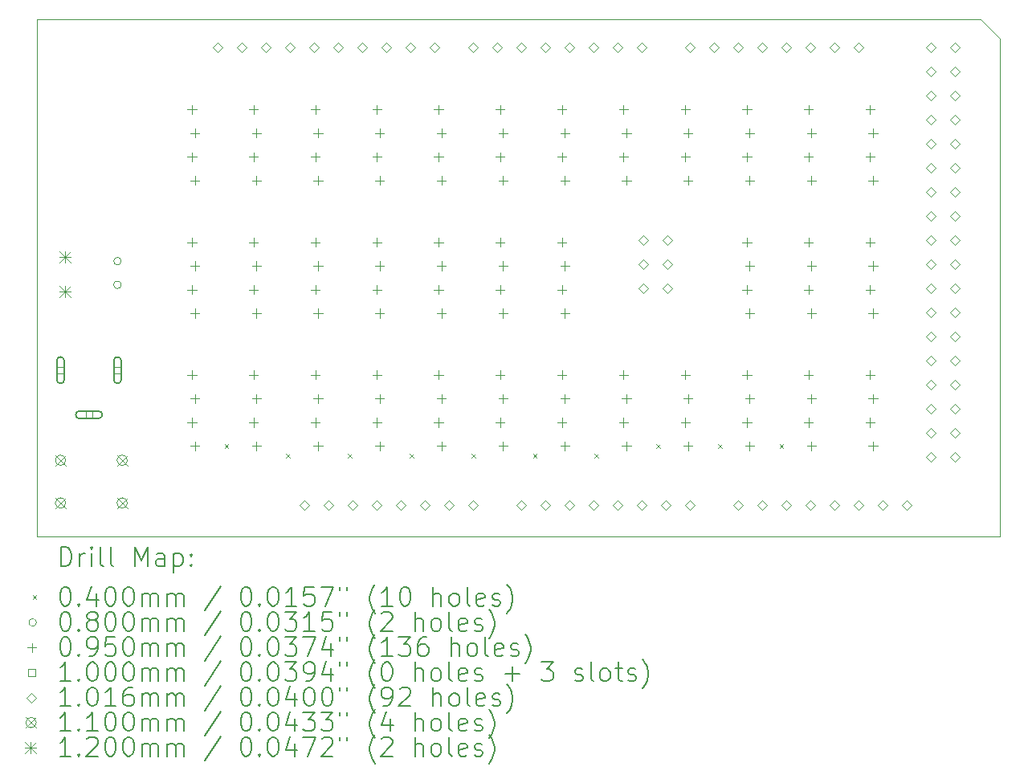
<source format=gbr>
%FSLAX45Y45*%
G04 Gerber Fmt 4.5, Leading zero omitted, Abs format (unit mm)*
G04 Created by KiCad (PCBNEW (6.0.5)) date 2022-07-01 01:18:56*
%MOMM*%
%LPD*%
G01*
G04 APERTURE LIST*
%TA.AperFunction,Profile*%
%ADD10C,0.100000*%
%TD*%
%ADD11C,0.200000*%
%ADD12C,0.040000*%
%ADD13C,0.080000*%
%ADD14C,0.095000*%
%ADD15C,0.100000*%
%ADD16C,0.101600*%
%ADD17C,0.110000*%
%ADD18C,0.120000*%
G04 APERTURE END LIST*
D10*
X17250000Y-4100000D02*
X7300000Y-4100000D01*
X7300000Y-4100000D02*
X7300000Y-9550000D01*
X7300000Y-9550000D02*
X17450000Y-9550000D01*
X17450000Y-4300000D02*
X17250000Y-4100000D01*
X17450000Y-5400000D02*
X17450000Y-4300000D01*
X17450000Y-9550000D02*
X17450000Y-5400000D01*
D11*
D12*
X9280000Y-8580000D02*
X9320000Y-8620000D01*
X9320000Y-8580000D02*
X9280000Y-8620000D01*
X9930000Y-8680000D02*
X9970000Y-8720000D01*
X9970000Y-8680000D02*
X9930000Y-8720000D01*
X10580000Y-8680000D02*
X10620000Y-8720000D01*
X10620000Y-8680000D02*
X10580000Y-8720000D01*
X11230000Y-8680000D02*
X11270000Y-8720000D01*
X11270000Y-8680000D02*
X11230000Y-8720000D01*
X11880000Y-8680000D02*
X11920000Y-8720000D01*
X11920000Y-8680000D02*
X11880000Y-8720000D01*
X12530000Y-8680000D02*
X12570000Y-8720000D01*
X12570000Y-8680000D02*
X12530000Y-8720000D01*
X13180000Y-8680000D02*
X13220000Y-8720000D01*
X13220000Y-8680000D02*
X13180000Y-8720000D01*
X13830000Y-8580000D02*
X13870000Y-8620000D01*
X13870000Y-8580000D02*
X13830000Y-8620000D01*
X14480000Y-8580000D02*
X14520000Y-8620000D01*
X14520000Y-8580000D02*
X14480000Y-8620000D01*
X15130000Y-8580000D02*
X15170000Y-8620000D01*
X15170000Y-8580000D02*
X15130000Y-8620000D01*
D13*
X8190000Y-6650000D02*
G75*
G03*
X8190000Y-6650000I-40000J0D01*
G01*
X8190000Y-6900000D02*
G75*
G03*
X8190000Y-6900000I-40000J0D01*
G01*
D14*
X8935000Y-5002500D02*
X8935000Y-5097500D01*
X8887500Y-5050000D02*
X8982500Y-5050000D01*
X8935000Y-5502500D02*
X8935000Y-5597500D01*
X8887500Y-5550000D02*
X8982500Y-5550000D01*
X8935000Y-6402500D02*
X8935000Y-6497500D01*
X8887500Y-6450000D02*
X8982500Y-6450000D01*
X8935000Y-6902500D02*
X8935000Y-6997500D01*
X8887500Y-6950000D02*
X8982500Y-6950000D01*
X8935000Y-7802500D02*
X8935000Y-7897500D01*
X8887500Y-7850000D02*
X8982500Y-7850000D01*
X8935000Y-8302500D02*
X8935000Y-8397500D01*
X8887500Y-8350000D02*
X8982500Y-8350000D01*
X8965000Y-5252500D02*
X8965000Y-5347500D01*
X8917500Y-5300000D02*
X9012500Y-5300000D01*
X8965000Y-5752500D02*
X8965000Y-5847500D01*
X8917500Y-5800000D02*
X9012500Y-5800000D01*
X8965000Y-6652500D02*
X8965000Y-6747500D01*
X8917500Y-6700000D02*
X9012500Y-6700000D01*
X8965000Y-7152500D02*
X8965000Y-7247500D01*
X8917500Y-7200000D02*
X9012500Y-7200000D01*
X8965000Y-8052500D02*
X8965000Y-8147500D01*
X8917500Y-8100000D02*
X9012500Y-8100000D01*
X8965000Y-8552500D02*
X8965000Y-8647500D01*
X8917500Y-8600000D02*
X9012500Y-8600000D01*
X9585000Y-5002500D02*
X9585000Y-5097500D01*
X9537500Y-5050000D02*
X9632500Y-5050000D01*
X9585000Y-5502500D02*
X9585000Y-5597500D01*
X9537500Y-5550000D02*
X9632500Y-5550000D01*
X9585000Y-6402500D02*
X9585000Y-6497500D01*
X9537500Y-6450000D02*
X9632500Y-6450000D01*
X9585000Y-6902500D02*
X9585000Y-6997500D01*
X9537500Y-6950000D02*
X9632500Y-6950000D01*
X9585000Y-7802500D02*
X9585000Y-7897500D01*
X9537500Y-7850000D02*
X9632500Y-7850000D01*
X9585000Y-8302500D02*
X9585000Y-8397500D01*
X9537500Y-8350000D02*
X9632500Y-8350000D01*
X9615000Y-5252500D02*
X9615000Y-5347500D01*
X9567500Y-5300000D02*
X9662500Y-5300000D01*
X9615000Y-5752500D02*
X9615000Y-5847500D01*
X9567500Y-5800000D02*
X9662500Y-5800000D01*
X9615000Y-6652500D02*
X9615000Y-6747500D01*
X9567500Y-6700000D02*
X9662500Y-6700000D01*
X9615000Y-7152500D02*
X9615000Y-7247500D01*
X9567500Y-7200000D02*
X9662500Y-7200000D01*
X9615000Y-8052500D02*
X9615000Y-8147500D01*
X9567500Y-8100000D02*
X9662500Y-8100000D01*
X9615000Y-8552500D02*
X9615000Y-8647500D01*
X9567500Y-8600000D02*
X9662500Y-8600000D01*
X10235000Y-5002500D02*
X10235000Y-5097500D01*
X10187500Y-5050000D02*
X10282500Y-5050000D01*
X10235000Y-5502500D02*
X10235000Y-5597500D01*
X10187500Y-5550000D02*
X10282500Y-5550000D01*
X10235000Y-6402500D02*
X10235000Y-6497500D01*
X10187500Y-6450000D02*
X10282500Y-6450000D01*
X10235000Y-6902500D02*
X10235000Y-6997500D01*
X10187500Y-6950000D02*
X10282500Y-6950000D01*
X10235000Y-7802500D02*
X10235000Y-7897500D01*
X10187500Y-7850000D02*
X10282500Y-7850000D01*
X10235000Y-8302500D02*
X10235000Y-8397500D01*
X10187500Y-8350000D02*
X10282500Y-8350000D01*
X10265000Y-5252500D02*
X10265000Y-5347500D01*
X10217500Y-5300000D02*
X10312500Y-5300000D01*
X10265000Y-5752500D02*
X10265000Y-5847500D01*
X10217500Y-5800000D02*
X10312500Y-5800000D01*
X10265000Y-6652500D02*
X10265000Y-6747500D01*
X10217500Y-6700000D02*
X10312500Y-6700000D01*
X10265000Y-7152500D02*
X10265000Y-7247500D01*
X10217500Y-7200000D02*
X10312500Y-7200000D01*
X10265000Y-8052500D02*
X10265000Y-8147500D01*
X10217500Y-8100000D02*
X10312500Y-8100000D01*
X10265000Y-8552500D02*
X10265000Y-8647500D01*
X10217500Y-8600000D02*
X10312500Y-8600000D01*
X10885000Y-5002500D02*
X10885000Y-5097500D01*
X10837500Y-5050000D02*
X10932500Y-5050000D01*
X10885000Y-5502500D02*
X10885000Y-5597500D01*
X10837500Y-5550000D02*
X10932500Y-5550000D01*
X10885000Y-6402500D02*
X10885000Y-6497500D01*
X10837500Y-6450000D02*
X10932500Y-6450000D01*
X10885000Y-6902500D02*
X10885000Y-6997500D01*
X10837500Y-6950000D02*
X10932500Y-6950000D01*
X10885000Y-7802500D02*
X10885000Y-7897500D01*
X10837500Y-7850000D02*
X10932500Y-7850000D01*
X10885000Y-8302500D02*
X10885000Y-8397500D01*
X10837500Y-8350000D02*
X10932500Y-8350000D01*
X10915000Y-5252500D02*
X10915000Y-5347500D01*
X10867500Y-5300000D02*
X10962500Y-5300000D01*
X10915000Y-5752500D02*
X10915000Y-5847500D01*
X10867500Y-5800000D02*
X10962500Y-5800000D01*
X10915000Y-6652500D02*
X10915000Y-6747500D01*
X10867500Y-6700000D02*
X10962500Y-6700000D01*
X10915000Y-7152500D02*
X10915000Y-7247500D01*
X10867500Y-7200000D02*
X10962500Y-7200000D01*
X10915000Y-8052500D02*
X10915000Y-8147500D01*
X10867500Y-8100000D02*
X10962500Y-8100000D01*
X10915000Y-8552500D02*
X10915000Y-8647500D01*
X10867500Y-8600000D02*
X10962500Y-8600000D01*
X11535000Y-5002500D02*
X11535000Y-5097500D01*
X11487500Y-5050000D02*
X11582500Y-5050000D01*
X11535000Y-5502500D02*
X11535000Y-5597500D01*
X11487500Y-5550000D02*
X11582500Y-5550000D01*
X11535000Y-6402500D02*
X11535000Y-6497500D01*
X11487500Y-6450000D02*
X11582500Y-6450000D01*
X11535000Y-6902500D02*
X11535000Y-6997500D01*
X11487500Y-6950000D02*
X11582500Y-6950000D01*
X11535000Y-7802500D02*
X11535000Y-7897500D01*
X11487500Y-7850000D02*
X11582500Y-7850000D01*
X11535000Y-8302500D02*
X11535000Y-8397500D01*
X11487500Y-8350000D02*
X11582500Y-8350000D01*
X11565000Y-5252500D02*
X11565000Y-5347500D01*
X11517500Y-5300000D02*
X11612500Y-5300000D01*
X11565000Y-5752500D02*
X11565000Y-5847500D01*
X11517500Y-5800000D02*
X11612500Y-5800000D01*
X11565000Y-6652500D02*
X11565000Y-6747500D01*
X11517500Y-6700000D02*
X11612500Y-6700000D01*
X11565000Y-7152500D02*
X11565000Y-7247500D01*
X11517500Y-7200000D02*
X11612500Y-7200000D01*
X11565000Y-8052500D02*
X11565000Y-8147500D01*
X11517500Y-8100000D02*
X11612500Y-8100000D01*
X11565000Y-8552500D02*
X11565000Y-8647500D01*
X11517500Y-8600000D02*
X11612500Y-8600000D01*
X12185000Y-5002500D02*
X12185000Y-5097500D01*
X12137500Y-5050000D02*
X12232500Y-5050000D01*
X12185000Y-5502500D02*
X12185000Y-5597500D01*
X12137500Y-5550000D02*
X12232500Y-5550000D01*
X12185000Y-6402500D02*
X12185000Y-6497500D01*
X12137500Y-6450000D02*
X12232500Y-6450000D01*
X12185000Y-6902500D02*
X12185000Y-6997500D01*
X12137500Y-6950000D02*
X12232500Y-6950000D01*
X12185000Y-7802500D02*
X12185000Y-7897500D01*
X12137500Y-7850000D02*
X12232500Y-7850000D01*
X12185000Y-8302500D02*
X12185000Y-8397500D01*
X12137500Y-8350000D02*
X12232500Y-8350000D01*
X12215000Y-5252500D02*
X12215000Y-5347500D01*
X12167500Y-5300000D02*
X12262500Y-5300000D01*
X12215000Y-5752500D02*
X12215000Y-5847500D01*
X12167500Y-5800000D02*
X12262500Y-5800000D01*
X12215000Y-6652500D02*
X12215000Y-6747500D01*
X12167500Y-6700000D02*
X12262500Y-6700000D01*
X12215000Y-7152500D02*
X12215000Y-7247500D01*
X12167500Y-7200000D02*
X12262500Y-7200000D01*
X12215000Y-8052500D02*
X12215000Y-8147500D01*
X12167500Y-8100000D02*
X12262500Y-8100000D01*
X12215000Y-8552500D02*
X12215000Y-8647500D01*
X12167500Y-8600000D02*
X12262500Y-8600000D01*
X12835000Y-5002500D02*
X12835000Y-5097500D01*
X12787500Y-5050000D02*
X12882500Y-5050000D01*
X12835000Y-5502500D02*
X12835000Y-5597500D01*
X12787500Y-5550000D02*
X12882500Y-5550000D01*
X12835000Y-6402500D02*
X12835000Y-6497500D01*
X12787500Y-6450000D02*
X12882500Y-6450000D01*
X12835000Y-6902500D02*
X12835000Y-6997500D01*
X12787500Y-6950000D02*
X12882500Y-6950000D01*
X12835000Y-7802500D02*
X12835000Y-7897500D01*
X12787500Y-7850000D02*
X12882500Y-7850000D01*
X12835000Y-8302500D02*
X12835000Y-8397500D01*
X12787500Y-8350000D02*
X12882500Y-8350000D01*
X12865000Y-5252500D02*
X12865000Y-5347500D01*
X12817500Y-5300000D02*
X12912500Y-5300000D01*
X12865000Y-5752500D02*
X12865000Y-5847500D01*
X12817500Y-5800000D02*
X12912500Y-5800000D01*
X12865000Y-6652500D02*
X12865000Y-6747500D01*
X12817500Y-6700000D02*
X12912500Y-6700000D01*
X12865000Y-7152500D02*
X12865000Y-7247500D01*
X12817500Y-7200000D02*
X12912500Y-7200000D01*
X12865000Y-8052500D02*
X12865000Y-8147500D01*
X12817500Y-8100000D02*
X12912500Y-8100000D01*
X12865000Y-8552500D02*
X12865000Y-8647500D01*
X12817500Y-8600000D02*
X12912500Y-8600000D01*
X13485000Y-5002500D02*
X13485000Y-5097500D01*
X13437500Y-5050000D02*
X13532500Y-5050000D01*
X13485000Y-5502500D02*
X13485000Y-5597500D01*
X13437500Y-5550000D02*
X13532500Y-5550000D01*
X13485000Y-7802500D02*
X13485000Y-7897500D01*
X13437500Y-7850000D02*
X13532500Y-7850000D01*
X13485000Y-8302500D02*
X13485000Y-8397500D01*
X13437500Y-8350000D02*
X13532500Y-8350000D01*
X13515000Y-5252500D02*
X13515000Y-5347500D01*
X13467500Y-5300000D02*
X13562500Y-5300000D01*
X13515000Y-5752500D02*
X13515000Y-5847500D01*
X13467500Y-5800000D02*
X13562500Y-5800000D01*
X13515000Y-8052500D02*
X13515000Y-8147500D01*
X13467500Y-8100000D02*
X13562500Y-8100000D01*
X13515000Y-8552500D02*
X13515000Y-8647500D01*
X13467500Y-8600000D02*
X13562500Y-8600000D01*
X14135000Y-5002500D02*
X14135000Y-5097500D01*
X14087500Y-5050000D02*
X14182500Y-5050000D01*
X14135000Y-5502500D02*
X14135000Y-5597500D01*
X14087500Y-5550000D02*
X14182500Y-5550000D01*
X14135000Y-7802500D02*
X14135000Y-7897500D01*
X14087500Y-7850000D02*
X14182500Y-7850000D01*
X14135000Y-8302500D02*
X14135000Y-8397500D01*
X14087500Y-8350000D02*
X14182500Y-8350000D01*
X14165000Y-5252500D02*
X14165000Y-5347500D01*
X14117500Y-5300000D02*
X14212500Y-5300000D01*
X14165000Y-5752500D02*
X14165000Y-5847500D01*
X14117500Y-5800000D02*
X14212500Y-5800000D01*
X14165000Y-8052500D02*
X14165000Y-8147500D01*
X14117500Y-8100000D02*
X14212500Y-8100000D01*
X14165000Y-8552500D02*
X14165000Y-8647500D01*
X14117500Y-8600000D02*
X14212500Y-8600000D01*
X14785000Y-5002500D02*
X14785000Y-5097500D01*
X14737500Y-5050000D02*
X14832500Y-5050000D01*
X14785000Y-5502500D02*
X14785000Y-5597500D01*
X14737500Y-5550000D02*
X14832500Y-5550000D01*
X14785000Y-6402500D02*
X14785000Y-6497500D01*
X14737500Y-6450000D02*
X14832500Y-6450000D01*
X14785000Y-6902500D02*
X14785000Y-6997500D01*
X14737500Y-6950000D02*
X14832500Y-6950000D01*
X14785000Y-7802500D02*
X14785000Y-7897500D01*
X14737500Y-7850000D02*
X14832500Y-7850000D01*
X14785000Y-8302500D02*
X14785000Y-8397500D01*
X14737500Y-8350000D02*
X14832500Y-8350000D01*
X14815000Y-5252500D02*
X14815000Y-5347500D01*
X14767500Y-5300000D02*
X14862500Y-5300000D01*
X14815000Y-5752500D02*
X14815000Y-5847500D01*
X14767500Y-5800000D02*
X14862500Y-5800000D01*
X14815000Y-6652500D02*
X14815000Y-6747500D01*
X14767500Y-6700000D02*
X14862500Y-6700000D01*
X14815000Y-7152500D02*
X14815000Y-7247500D01*
X14767500Y-7200000D02*
X14862500Y-7200000D01*
X14815000Y-8052500D02*
X14815000Y-8147500D01*
X14767500Y-8100000D02*
X14862500Y-8100000D01*
X14815000Y-8552500D02*
X14815000Y-8647500D01*
X14767500Y-8600000D02*
X14862500Y-8600000D01*
X15435000Y-5002500D02*
X15435000Y-5097500D01*
X15387500Y-5050000D02*
X15482500Y-5050000D01*
X15435000Y-5502500D02*
X15435000Y-5597500D01*
X15387500Y-5550000D02*
X15482500Y-5550000D01*
X15435000Y-6402500D02*
X15435000Y-6497500D01*
X15387500Y-6450000D02*
X15482500Y-6450000D01*
X15435000Y-6902500D02*
X15435000Y-6997500D01*
X15387500Y-6950000D02*
X15482500Y-6950000D01*
X15435000Y-7802500D02*
X15435000Y-7897500D01*
X15387500Y-7850000D02*
X15482500Y-7850000D01*
X15435000Y-8302500D02*
X15435000Y-8397500D01*
X15387500Y-8350000D02*
X15482500Y-8350000D01*
X15465000Y-5252500D02*
X15465000Y-5347500D01*
X15417500Y-5300000D02*
X15512500Y-5300000D01*
X15465000Y-5752500D02*
X15465000Y-5847500D01*
X15417500Y-5800000D02*
X15512500Y-5800000D01*
X15465000Y-6652500D02*
X15465000Y-6747500D01*
X15417500Y-6700000D02*
X15512500Y-6700000D01*
X15465000Y-7152500D02*
X15465000Y-7247500D01*
X15417500Y-7200000D02*
X15512500Y-7200000D01*
X15465000Y-8052500D02*
X15465000Y-8147500D01*
X15417500Y-8100000D02*
X15512500Y-8100000D01*
X15465000Y-8552500D02*
X15465000Y-8647500D01*
X15417500Y-8600000D02*
X15512500Y-8600000D01*
X16085000Y-5002500D02*
X16085000Y-5097500D01*
X16037500Y-5050000D02*
X16132500Y-5050000D01*
X16085000Y-5502500D02*
X16085000Y-5597500D01*
X16037500Y-5550000D02*
X16132500Y-5550000D01*
X16085000Y-6402500D02*
X16085000Y-6497500D01*
X16037500Y-6450000D02*
X16132500Y-6450000D01*
X16085000Y-6902500D02*
X16085000Y-6997500D01*
X16037500Y-6950000D02*
X16132500Y-6950000D01*
X16085000Y-7802500D02*
X16085000Y-7897500D01*
X16037500Y-7850000D02*
X16132500Y-7850000D01*
X16085000Y-8302500D02*
X16085000Y-8397500D01*
X16037500Y-8350000D02*
X16132500Y-8350000D01*
X16115000Y-5252500D02*
X16115000Y-5347500D01*
X16067500Y-5300000D02*
X16162500Y-5300000D01*
X16115000Y-5752500D02*
X16115000Y-5847500D01*
X16067500Y-5800000D02*
X16162500Y-5800000D01*
X16115000Y-6652500D02*
X16115000Y-6747500D01*
X16067500Y-6700000D02*
X16162500Y-6700000D01*
X16115000Y-7152500D02*
X16115000Y-7247500D01*
X16067500Y-7200000D02*
X16162500Y-7200000D01*
X16115000Y-8052500D02*
X16115000Y-8147500D01*
X16067500Y-8100000D02*
X16162500Y-8100000D01*
X16115000Y-8552500D02*
X16115000Y-8647500D01*
X16067500Y-8600000D02*
X16162500Y-8600000D01*
D15*
X7585356Y-7835356D02*
X7585356Y-7764644D01*
X7514644Y-7764644D01*
X7514644Y-7835356D01*
X7585356Y-7835356D01*
D11*
X7510000Y-7700000D02*
X7510000Y-7900000D01*
X7590000Y-7700000D02*
X7590000Y-7900000D01*
X7510000Y-7900000D02*
G75*
G03*
X7590000Y-7900000I40000J0D01*
G01*
X7590000Y-7700000D02*
G75*
G03*
X7510000Y-7700000I-40000J0D01*
G01*
D15*
X7885356Y-8305356D02*
X7885356Y-8234644D01*
X7814644Y-8234644D01*
X7814644Y-8305356D01*
X7885356Y-8305356D01*
D11*
X7750000Y-8310000D02*
X7950000Y-8310000D01*
X7750000Y-8230000D02*
X7950000Y-8230000D01*
X7950000Y-8310000D02*
G75*
G03*
X7950000Y-8230000I0J40000D01*
G01*
X7750000Y-8230000D02*
G75*
G03*
X7750000Y-8310000I0J-40000D01*
G01*
D15*
X8185356Y-7835356D02*
X8185356Y-7764644D01*
X8114644Y-7764644D01*
X8114644Y-7835356D01*
X8185356Y-7835356D01*
D11*
X8110000Y-7700000D02*
X8110000Y-7900000D01*
X8190000Y-7700000D02*
X8190000Y-7900000D01*
X8110000Y-7900000D02*
G75*
G03*
X8190000Y-7900000I40000J0D01*
G01*
X8190000Y-7700000D02*
G75*
G03*
X8110000Y-7700000I-40000J0D01*
G01*
D16*
X9209600Y-4449800D02*
X9260400Y-4399000D01*
X9209600Y-4348200D01*
X9158800Y-4399000D01*
X9209600Y-4449800D01*
X9463600Y-4449800D02*
X9514400Y-4399000D01*
X9463600Y-4348200D01*
X9412800Y-4399000D01*
X9463600Y-4449800D01*
X9717600Y-4449800D02*
X9768400Y-4399000D01*
X9717600Y-4348200D01*
X9666800Y-4399000D01*
X9717600Y-4449800D01*
X9971600Y-4449800D02*
X10022400Y-4399000D01*
X9971600Y-4348200D01*
X9920800Y-4399000D01*
X9971600Y-4449800D01*
X10124000Y-9275800D02*
X10174800Y-9225000D01*
X10124000Y-9174200D01*
X10073200Y-9225000D01*
X10124000Y-9275800D01*
X10225600Y-4449800D02*
X10276400Y-4399000D01*
X10225600Y-4348200D01*
X10174800Y-4399000D01*
X10225600Y-4449800D01*
X10378000Y-9275800D02*
X10428800Y-9225000D01*
X10378000Y-9174200D01*
X10327200Y-9225000D01*
X10378000Y-9275800D01*
X10479600Y-4449800D02*
X10530400Y-4399000D01*
X10479600Y-4348200D01*
X10428800Y-4399000D01*
X10479600Y-4449800D01*
X10632000Y-9275800D02*
X10682800Y-9225000D01*
X10632000Y-9174200D01*
X10581200Y-9225000D01*
X10632000Y-9275800D01*
X10733600Y-4449800D02*
X10784400Y-4399000D01*
X10733600Y-4348200D01*
X10682800Y-4399000D01*
X10733600Y-4449800D01*
X10886000Y-9275800D02*
X10936800Y-9225000D01*
X10886000Y-9174200D01*
X10835200Y-9225000D01*
X10886000Y-9275800D01*
X10987600Y-4449800D02*
X11038400Y-4399000D01*
X10987600Y-4348200D01*
X10936800Y-4399000D01*
X10987600Y-4449800D01*
X11140000Y-9275800D02*
X11190800Y-9225000D01*
X11140000Y-9174200D01*
X11089200Y-9225000D01*
X11140000Y-9275800D01*
X11241600Y-4449800D02*
X11292400Y-4399000D01*
X11241600Y-4348200D01*
X11190800Y-4399000D01*
X11241600Y-4449800D01*
X11394000Y-9275800D02*
X11444800Y-9225000D01*
X11394000Y-9174200D01*
X11343200Y-9225000D01*
X11394000Y-9275800D01*
X11495600Y-4449800D02*
X11546400Y-4399000D01*
X11495600Y-4348200D01*
X11444800Y-4399000D01*
X11495600Y-4449800D01*
X11648000Y-9275800D02*
X11698800Y-9225000D01*
X11648000Y-9174200D01*
X11597200Y-9225000D01*
X11648000Y-9275800D01*
X11902000Y-4449800D02*
X11952800Y-4399000D01*
X11902000Y-4348200D01*
X11851200Y-4399000D01*
X11902000Y-4449800D01*
X11902000Y-9275800D02*
X11952800Y-9225000D01*
X11902000Y-9174200D01*
X11851200Y-9225000D01*
X11902000Y-9275800D01*
X12156000Y-4449800D02*
X12206800Y-4399000D01*
X12156000Y-4348200D01*
X12105200Y-4399000D01*
X12156000Y-4449800D01*
X12410000Y-4449800D02*
X12460800Y-4399000D01*
X12410000Y-4348200D01*
X12359200Y-4399000D01*
X12410000Y-4449800D01*
X12410000Y-9275800D02*
X12460800Y-9225000D01*
X12410000Y-9174200D01*
X12359200Y-9225000D01*
X12410000Y-9275800D01*
X12664000Y-4449800D02*
X12714800Y-4399000D01*
X12664000Y-4348200D01*
X12613200Y-4399000D01*
X12664000Y-4449800D01*
X12664000Y-9275800D02*
X12714800Y-9225000D01*
X12664000Y-9174200D01*
X12613200Y-9225000D01*
X12664000Y-9275800D01*
X12918000Y-4449800D02*
X12968800Y-4399000D01*
X12918000Y-4348200D01*
X12867200Y-4399000D01*
X12918000Y-4449800D01*
X12918000Y-9275800D02*
X12968800Y-9225000D01*
X12918000Y-9174200D01*
X12867200Y-9225000D01*
X12918000Y-9275800D01*
X13172000Y-4449800D02*
X13222800Y-4399000D01*
X13172000Y-4348200D01*
X13121200Y-4399000D01*
X13172000Y-4449800D01*
X13172000Y-9275800D02*
X13222800Y-9225000D01*
X13172000Y-9174200D01*
X13121200Y-9225000D01*
X13172000Y-9275800D01*
X13426000Y-4449800D02*
X13476800Y-4399000D01*
X13426000Y-4348200D01*
X13375200Y-4399000D01*
X13426000Y-4449800D01*
X13426000Y-9275800D02*
X13476800Y-9225000D01*
X13426000Y-9174200D01*
X13375200Y-9225000D01*
X13426000Y-9275800D01*
X13680000Y-4449800D02*
X13730800Y-4399000D01*
X13680000Y-4348200D01*
X13629200Y-4399000D01*
X13680000Y-4449800D01*
X13680000Y-9275800D02*
X13730800Y-9225000D01*
X13680000Y-9174200D01*
X13629200Y-9225000D01*
X13680000Y-9275800D01*
X13692700Y-6481800D02*
X13743500Y-6431000D01*
X13692700Y-6380200D01*
X13641900Y-6431000D01*
X13692700Y-6481800D01*
X13692700Y-6735800D02*
X13743500Y-6685000D01*
X13692700Y-6634200D01*
X13641900Y-6685000D01*
X13692700Y-6735800D01*
X13692700Y-6989800D02*
X13743500Y-6939000D01*
X13692700Y-6888200D01*
X13641900Y-6939000D01*
X13692700Y-6989800D01*
X13934000Y-9275800D02*
X13984800Y-9225000D01*
X13934000Y-9174200D01*
X13883200Y-9225000D01*
X13934000Y-9275800D01*
X13946700Y-6481800D02*
X13997500Y-6431000D01*
X13946700Y-6380200D01*
X13895900Y-6431000D01*
X13946700Y-6481800D01*
X13946700Y-6735800D02*
X13997500Y-6685000D01*
X13946700Y-6634200D01*
X13895900Y-6685000D01*
X13946700Y-6735800D01*
X13946700Y-6989800D02*
X13997500Y-6939000D01*
X13946700Y-6888200D01*
X13895900Y-6939000D01*
X13946700Y-6989800D01*
X14188000Y-4449800D02*
X14238800Y-4399000D01*
X14188000Y-4348200D01*
X14137200Y-4399000D01*
X14188000Y-4449800D01*
X14188000Y-9275800D02*
X14238800Y-9225000D01*
X14188000Y-9174200D01*
X14137200Y-9225000D01*
X14188000Y-9275800D01*
X14442000Y-4449800D02*
X14492800Y-4399000D01*
X14442000Y-4348200D01*
X14391200Y-4399000D01*
X14442000Y-4449800D01*
X14696000Y-4449800D02*
X14746800Y-4399000D01*
X14696000Y-4348200D01*
X14645200Y-4399000D01*
X14696000Y-4449800D01*
X14696000Y-9275800D02*
X14746800Y-9225000D01*
X14696000Y-9174200D01*
X14645200Y-9225000D01*
X14696000Y-9275800D01*
X14950000Y-4449800D02*
X15000800Y-4399000D01*
X14950000Y-4348200D01*
X14899200Y-4399000D01*
X14950000Y-4449800D01*
X14950000Y-9275800D02*
X15000800Y-9225000D01*
X14950000Y-9174200D01*
X14899200Y-9225000D01*
X14950000Y-9275800D01*
X15204000Y-4449800D02*
X15254800Y-4399000D01*
X15204000Y-4348200D01*
X15153200Y-4399000D01*
X15204000Y-4449800D01*
X15204000Y-9275800D02*
X15254800Y-9225000D01*
X15204000Y-9174200D01*
X15153200Y-9225000D01*
X15204000Y-9275800D01*
X15458000Y-4449800D02*
X15508800Y-4399000D01*
X15458000Y-4348200D01*
X15407200Y-4399000D01*
X15458000Y-4449800D01*
X15458000Y-9275800D02*
X15508800Y-9225000D01*
X15458000Y-9174200D01*
X15407200Y-9225000D01*
X15458000Y-9275800D01*
X15712000Y-4449800D02*
X15762800Y-4399000D01*
X15712000Y-4348200D01*
X15661200Y-4399000D01*
X15712000Y-4449800D01*
X15712000Y-9275800D02*
X15762800Y-9225000D01*
X15712000Y-9174200D01*
X15661200Y-9225000D01*
X15712000Y-9275800D01*
X15966000Y-4449800D02*
X16016800Y-4399000D01*
X15966000Y-4348200D01*
X15915200Y-4399000D01*
X15966000Y-4449800D01*
X15966000Y-9275800D02*
X16016800Y-9225000D01*
X15966000Y-9174200D01*
X15915200Y-9225000D01*
X15966000Y-9275800D01*
X16220000Y-9275800D02*
X16270800Y-9225000D01*
X16220000Y-9174200D01*
X16169200Y-9225000D01*
X16220000Y-9275800D01*
X16474000Y-9275800D02*
X16524800Y-9225000D01*
X16474000Y-9174200D01*
X16423200Y-9225000D01*
X16474000Y-9275800D01*
X16728000Y-4449800D02*
X16778800Y-4399000D01*
X16728000Y-4348200D01*
X16677200Y-4399000D01*
X16728000Y-4449800D01*
X16728000Y-4703800D02*
X16778800Y-4653000D01*
X16728000Y-4602200D01*
X16677200Y-4653000D01*
X16728000Y-4703800D01*
X16728000Y-4957800D02*
X16778800Y-4907000D01*
X16728000Y-4856200D01*
X16677200Y-4907000D01*
X16728000Y-4957800D01*
X16728000Y-5211800D02*
X16778800Y-5161000D01*
X16728000Y-5110200D01*
X16677200Y-5161000D01*
X16728000Y-5211800D01*
X16728000Y-5465800D02*
X16778800Y-5415000D01*
X16728000Y-5364200D01*
X16677200Y-5415000D01*
X16728000Y-5465800D01*
X16728000Y-5719800D02*
X16778800Y-5669000D01*
X16728000Y-5618200D01*
X16677200Y-5669000D01*
X16728000Y-5719800D01*
X16728000Y-5973800D02*
X16778800Y-5923000D01*
X16728000Y-5872200D01*
X16677200Y-5923000D01*
X16728000Y-5973800D01*
X16728000Y-6227800D02*
X16778800Y-6177000D01*
X16728000Y-6126200D01*
X16677200Y-6177000D01*
X16728000Y-6227800D01*
X16728000Y-6481800D02*
X16778800Y-6431000D01*
X16728000Y-6380200D01*
X16677200Y-6431000D01*
X16728000Y-6481800D01*
X16728000Y-6735800D02*
X16778800Y-6685000D01*
X16728000Y-6634200D01*
X16677200Y-6685000D01*
X16728000Y-6735800D01*
X16728000Y-6989800D02*
X16778800Y-6939000D01*
X16728000Y-6888200D01*
X16677200Y-6939000D01*
X16728000Y-6989800D01*
X16728000Y-7243800D02*
X16778800Y-7193000D01*
X16728000Y-7142200D01*
X16677200Y-7193000D01*
X16728000Y-7243800D01*
X16728000Y-7497800D02*
X16778800Y-7447000D01*
X16728000Y-7396200D01*
X16677200Y-7447000D01*
X16728000Y-7497800D01*
X16728000Y-7751800D02*
X16778800Y-7701000D01*
X16728000Y-7650200D01*
X16677200Y-7701000D01*
X16728000Y-7751800D01*
X16728000Y-8005800D02*
X16778800Y-7955000D01*
X16728000Y-7904200D01*
X16677200Y-7955000D01*
X16728000Y-8005800D01*
X16728000Y-8259800D02*
X16778800Y-8209000D01*
X16728000Y-8158200D01*
X16677200Y-8209000D01*
X16728000Y-8259800D01*
X16728000Y-8513800D02*
X16778800Y-8463000D01*
X16728000Y-8412200D01*
X16677200Y-8463000D01*
X16728000Y-8513800D01*
X16728000Y-8767800D02*
X16778800Y-8717000D01*
X16728000Y-8666200D01*
X16677200Y-8717000D01*
X16728000Y-8767800D01*
X16982000Y-4449800D02*
X17032800Y-4399000D01*
X16982000Y-4348200D01*
X16931200Y-4399000D01*
X16982000Y-4449800D01*
X16982000Y-4703800D02*
X17032800Y-4653000D01*
X16982000Y-4602200D01*
X16931200Y-4653000D01*
X16982000Y-4703800D01*
X16982000Y-4957800D02*
X17032800Y-4907000D01*
X16982000Y-4856200D01*
X16931200Y-4907000D01*
X16982000Y-4957800D01*
X16982000Y-5211800D02*
X17032800Y-5161000D01*
X16982000Y-5110200D01*
X16931200Y-5161000D01*
X16982000Y-5211800D01*
X16982000Y-5465800D02*
X17032800Y-5415000D01*
X16982000Y-5364200D01*
X16931200Y-5415000D01*
X16982000Y-5465800D01*
X16982000Y-5719800D02*
X17032800Y-5669000D01*
X16982000Y-5618200D01*
X16931200Y-5669000D01*
X16982000Y-5719800D01*
X16982000Y-5973800D02*
X17032800Y-5923000D01*
X16982000Y-5872200D01*
X16931200Y-5923000D01*
X16982000Y-5973800D01*
X16982000Y-6227800D02*
X17032800Y-6177000D01*
X16982000Y-6126200D01*
X16931200Y-6177000D01*
X16982000Y-6227800D01*
X16982000Y-6481800D02*
X17032800Y-6431000D01*
X16982000Y-6380200D01*
X16931200Y-6431000D01*
X16982000Y-6481800D01*
X16982000Y-6735800D02*
X17032800Y-6685000D01*
X16982000Y-6634200D01*
X16931200Y-6685000D01*
X16982000Y-6735800D01*
X16982000Y-6989800D02*
X17032800Y-6939000D01*
X16982000Y-6888200D01*
X16931200Y-6939000D01*
X16982000Y-6989800D01*
X16982000Y-7243800D02*
X17032800Y-7193000D01*
X16982000Y-7142200D01*
X16931200Y-7193000D01*
X16982000Y-7243800D01*
X16982000Y-7497800D02*
X17032800Y-7447000D01*
X16982000Y-7396200D01*
X16931200Y-7447000D01*
X16982000Y-7497800D01*
X16982000Y-7751800D02*
X17032800Y-7701000D01*
X16982000Y-7650200D01*
X16931200Y-7701000D01*
X16982000Y-7751800D01*
X16982000Y-8005800D02*
X17032800Y-7955000D01*
X16982000Y-7904200D01*
X16931200Y-7955000D01*
X16982000Y-8005800D01*
X16982000Y-8259800D02*
X17032800Y-8209000D01*
X16982000Y-8158200D01*
X16931200Y-8209000D01*
X16982000Y-8259800D01*
X16982000Y-8513800D02*
X17032800Y-8463000D01*
X16982000Y-8412200D01*
X16931200Y-8463000D01*
X16982000Y-8513800D01*
X16982000Y-8767800D02*
X17032800Y-8717000D01*
X16982000Y-8666200D01*
X16931200Y-8717000D01*
X16982000Y-8767800D01*
D17*
X7495000Y-8695000D02*
X7605000Y-8805000D01*
X7605000Y-8695000D02*
X7495000Y-8805000D01*
X7605000Y-8750000D02*
G75*
G03*
X7605000Y-8750000I-55000J0D01*
G01*
X7495000Y-9145000D02*
X7605000Y-9255000D01*
X7605000Y-9145000D02*
X7495000Y-9255000D01*
X7605000Y-9200000D02*
G75*
G03*
X7605000Y-9200000I-55000J0D01*
G01*
X8145000Y-8695000D02*
X8255000Y-8805000D01*
X8255000Y-8695000D02*
X8145000Y-8805000D01*
X8255000Y-8750000D02*
G75*
G03*
X8255000Y-8750000I-55000J0D01*
G01*
X8145000Y-9145000D02*
X8255000Y-9255000D01*
X8255000Y-9145000D02*
X8145000Y-9255000D01*
X8255000Y-9200000D02*
G75*
G03*
X8255000Y-9200000I-55000J0D01*
G01*
D18*
X7540000Y-6547000D02*
X7660000Y-6667000D01*
X7660000Y-6547000D02*
X7540000Y-6667000D01*
X7600000Y-6547000D02*
X7600000Y-6667000D01*
X7540000Y-6607000D02*
X7660000Y-6607000D01*
X7540000Y-6914000D02*
X7660000Y-7034000D01*
X7660000Y-6914000D02*
X7540000Y-7034000D01*
X7600000Y-6914000D02*
X7600000Y-7034000D01*
X7540000Y-6974000D02*
X7660000Y-6974000D01*
D11*
X7552619Y-9865476D02*
X7552619Y-9665476D01*
X7600238Y-9665476D01*
X7628809Y-9675000D01*
X7647857Y-9694048D01*
X7657381Y-9713095D01*
X7666905Y-9751190D01*
X7666905Y-9779762D01*
X7657381Y-9817857D01*
X7647857Y-9836905D01*
X7628809Y-9855952D01*
X7600238Y-9865476D01*
X7552619Y-9865476D01*
X7752619Y-9865476D02*
X7752619Y-9732143D01*
X7752619Y-9770238D02*
X7762143Y-9751190D01*
X7771667Y-9741667D01*
X7790714Y-9732143D01*
X7809762Y-9732143D01*
X7876428Y-9865476D02*
X7876428Y-9732143D01*
X7876428Y-9665476D02*
X7866905Y-9675000D01*
X7876428Y-9684524D01*
X7885952Y-9675000D01*
X7876428Y-9665476D01*
X7876428Y-9684524D01*
X8000238Y-9865476D02*
X7981190Y-9855952D01*
X7971667Y-9836905D01*
X7971667Y-9665476D01*
X8105000Y-9865476D02*
X8085952Y-9855952D01*
X8076428Y-9836905D01*
X8076428Y-9665476D01*
X8333571Y-9865476D02*
X8333571Y-9665476D01*
X8400238Y-9808333D01*
X8466905Y-9665476D01*
X8466905Y-9865476D01*
X8647857Y-9865476D02*
X8647857Y-9760714D01*
X8638333Y-9741667D01*
X8619286Y-9732143D01*
X8581190Y-9732143D01*
X8562143Y-9741667D01*
X8647857Y-9855952D02*
X8628810Y-9865476D01*
X8581190Y-9865476D01*
X8562143Y-9855952D01*
X8552619Y-9836905D01*
X8552619Y-9817857D01*
X8562143Y-9798810D01*
X8581190Y-9789286D01*
X8628810Y-9789286D01*
X8647857Y-9779762D01*
X8743095Y-9732143D02*
X8743095Y-9932143D01*
X8743095Y-9741667D02*
X8762143Y-9732143D01*
X8800238Y-9732143D01*
X8819286Y-9741667D01*
X8828810Y-9751190D01*
X8838333Y-9770238D01*
X8838333Y-9827381D01*
X8828810Y-9846429D01*
X8819286Y-9855952D01*
X8800238Y-9865476D01*
X8762143Y-9865476D01*
X8743095Y-9855952D01*
X8924048Y-9846429D02*
X8933571Y-9855952D01*
X8924048Y-9865476D01*
X8914524Y-9855952D01*
X8924048Y-9846429D01*
X8924048Y-9865476D01*
X8924048Y-9741667D02*
X8933571Y-9751190D01*
X8924048Y-9760714D01*
X8914524Y-9751190D01*
X8924048Y-9741667D01*
X8924048Y-9760714D01*
D12*
X7255000Y-10175000D02*
X7295000Y-10215000D01*
X7295000Y-10175000D02*
X7255000Y-10215000D01*
D11*
X7590714Y-10085476D02*
X7609762Y-10085476D01*
X7628809Y-10095000D01*
X7638333Y-10104524D01*
X7647857Y-10123571D01*
X7657381Y-10161667D01*
X7657381Y-10209286D01*
X7647857Y-10247381D01*
X7638333Y-10266429D01*
X7628809Y-10275952D01*
X7609762Y-10285476D01*
X7590714Y-10285476D01*
X7571667Y-10275952D01*
X7562143Y-10266429D01*
X7552619Y-10247381D01*
X7543095Y-10209286D01*
X7543095Y-10161667D01*
X7552619Y-10123571D01*
X7562143Y-10104524D01*
X7571667Y-10095000D01*
X7590714Y-10085476D01*
X7743095Y-10266429D02*
X7752619Y-10275952D01*
X7743095Y-10285476D01*
X7733571Y-10275952D01*
X7743095Y-10266429D01*
X7743095Y-10285476D01*
X7924048Y-10152143D02*
X7924048Y-10285476D01*
X7876428Y-10075952D02*
X7828809Y-10218810D01*
X7952619Y-10218810D01*
X8066905Y-10085476D02*
X8085952Y-10085476D01*
X8105000Y-10095000D01*
X8114524Y-10104524D01*
X8124048Y-10123571D01*
X8133571Y-10161667D01*
X8133571Y-10209286D01*
X8124048Y-10247381D01*
X8114524Y-10266429D01*
X8105000Y-10275952D01*
X8085952Y-10285476D01*
X8066905Y-10285476D01*
X8047857Y-10275952D01*
X8038333Y-10266429D01*
X8028809Y-10247381D01*
X8019286Y-10209286D01*
X8019286Y-10161667D01*
X8028809Y-10123571D01*
X8038333Y-10104524D01*
X8047857Y-10095000D01*
X8066905Y-10085476D01*
X8257381Y-10085476D02*
X8276428Y-10085476D01*
X8295476Y-10095000D01*
X8305000Y-10104524D01*
X8314524Y-10123571D01*
X8324048Y-10161667D01*
X8324048Y-10209286D01*
X8314524Y-10247381D01*
X8305000Y-10266429D01*
X8295476Y-10275952D01*
X8276428Y-10285476D01*
X8257381Y-10285476D01*
X8238333Y-10275952D01*
X8228809Y-10266429D01*
X8219286Y-10247381D01*
X8209762Y-10209286D01*
X8209762Y-10161667D01*
X8219286Y-10123571D01*
X8228809Y-10104524D01*
X8238333Y-10095000D01*
X8257381Y-10085476D01*
X8409762Y-10285476D02*
X8409762Y-10152143D01*
X8409762Y-10171190D02*
X8419286Y-10161667D01*
X8438333Y-10152143D01*
X8466905Y-10152143D01*
X8485952Y-10161667D01*
X8495476Y-10180714D01*
X8495476Y-10285476D01*
X8495476Y-10180714D02*
X8505000Y-10161667D01*
X8524048Y-10152143D01*
X8552619Y-10152143D01*
X8571667Y-10161667D01*
X8581190Y-10180714D01*
X8581190Y-10285476D01*
X8676429Y-10285476D02*
X8676429Y-10152143D01*
X8676429Y-10171190D02*
X8685952Y-10161667D01*
X8705000Y-10152143D01*
X8733571Y-10152143D01*
X8752619Y-10161667D01*
X8762143Y-10180714D01*
X8762143Y-10285476D01*
X8762143Y-10180714D02*
X8771667Y-10161667D01*
X8790714Y-10152143D01*
X8819286Y-10152143D01*
X8838333Y-10161667D01*
X8847857Y-10180714D01*
X8847857Y-10285476D01*
X9238333Y-10075952D02*
X9066905Y-10333095D01*
X9495476Y-10085476D02*
X9514524Y-10085476D01*
X9533571Y-10095000D01*
X9543095Y-10104524D01*
X9552619Y-10123571D01*
X9562143Y-10161667D01*
X9562143Y-10209286D01*
X9552619Y-10247381D01*
X9543095Y-10266429D01*
X9533571Y-10275952D01*
X9514524Y-10285476D01*
X9495476Y-10285476D01*
X9476429Y-10275952D01*
X9466905Y-10266429D01*
X9457381Y-10247381D01*
X9447857Y-10209286D01*
X9447857Y-10161667D01*
X9457381Y-10123571D01*
X9466905Y-10104524D01*
X9476429Y-10095000D01*
X9495476Y-10085476D01*
X9647857Y-10266429D02*
X9657381Y-10275952D01*
X9647857Y-10285476D01*
X9638333Y-10275952D01*
X9647857Y-10266429D01*
X9647857Y-10285476D01*
X9781190Y-10085476D02*
X9800238Y-10085476D01*
X9819286Y-10095000D01*
X9828810Y-10104524D01*
X9838333Y-10123571D01*
X9847857Y-10161667D01*
X9847857Y-10209286D01*
X9838333Y-10247381D01*
X9828810Y-10266429D01*
X9819286Y-10275952D01*
X9800238Y-10285476D01*
X9781190Y-10285476D01*
X9762143Y-10275952D01*
X9752619Y-10266429D01*
X9743095Y-10247381D01*
X9733571Y-10209286D01*
X9733571Y-10161667D01*
X9743095Y-10123571D01*
X9752619Y-10104524D01*
X9762143Y-10095000D01*
X9781190Y-10085476D01*
X10038333Y-10285476D02*
X9924048Y-10285476D01*
X9981190Y-10285476D02*
X9981190Y-10085476D01*
X9962143Y-10114048D01*
X9943095Y-10133095D01*
X9924048Y-10142619D01*
X10219286Y-10085476D02*
X10124048Y-10085476D01*
X10114524Y-10180714D01*
X10124048Y-10171190D01*
X10143095Y-10161667D01*
X10190714Y-10161667D01*
X10209762Y-10171190D01*
X10219286Y-10180714D01*
X10228810Y-10199762D01*
X10228810Y-10247381D01*
X10219286Y-10266429D01*
X10209762Y-10275952D01*
X10190714Y-10285476D01*
X10143095Y-10285476D01*
X10124048Y-10275952D01*
X10114524Y-10266429D01*
X10295476Y-10085476D02*
X10428810Y-10085476D01*
X10343095Y-10285476D01*
X10495476Y-10085476D02*
X10495476Y-10123571D01*
X10571667Y-10085476D02*
X10571667Y-10123571D01*
X10866905Y-10361667D02*
X10857381Y-10352143D01*
X10838333Y-10323571D01*
X10828810Y-10304524D01*
X10819286Y-10275952D01*
X10809762Y-10228333D01*
X10809762Y-10190238D01*
X10819286Y-10142619D01*
X10828810Y-10114048D01*
X10838333Y-10095000D01*
X10857381Y-10066429D01*
X10866905Y-10056905D01*
X11047857Y-10285476D02*
X10933571Y-10285476D01*
X10990714Y-10285476D02*
X10990714Y-10085476D01*
X10971667Y-10114048D01*
X10952619Y-10133095D01*
X10933571Y-10142619D01*
X11171667Y-10085476D02*
X11190714Y-10085476D01*
X11209762Y-10095000D01*
X11219286Y-10104524D01*
X11228809Y-10123571D01*
X11238333Y-10161667D01*
X11238333Y-10209286D01*
X11228809Y-10247381D01*
X11219286Y-10266429D01*
X11209762Y-10275952D01*
X11190714Y-10285476D01*
X11171667Y-10285476D01*
X11152619Y-10275952D01*
X11143095Y-10266429D01*
X11133571Y-10247381D01*
X11124048Y-10209286D01*
X11124048Y-10161667D01*
X11133571Y-10123571D01*
X11143095Y-10104524D01*
X11152619Y-10095000D01*
X11171667Y-10085476D01*
X11476428Y-10285476D02*
X11476428Y-10085476D01*
X11562143Y-10285476D02*
X11562143Y-10180714D01*
X11552619Y-10161667D01*
X11533571Y-10152143D01*
X11505000Y-10152143D01*
X11485952Y-10161667D01*
X11476428Y-10171190D01*
X11685952Y-10285476D02*
X11666905Y-10275952D01*
X11657381Y-10266429D01*
X11647857Y-10247381D01*
X11647857Y-10190238D01*
X11657381Y-10171190D01*
X11666905Y-10161667D01*
X11685952Y-10152143D01*
X11714524Y-10152143D01*
X11733571Y-10161667D01*
X11743095Y-10171190D01*
X11752619Y-10190238D01*
X11752619Y-10247381D01*
X11743095Y-10266429D01*
X11733571Y-10275952D01*
X11714524Y-10285476D01*
X11685952Y-10285476D01*
X11866905Y-10285476D02*
X11847857Y-10275952D01*
X11838333Y-10256905D01*
X11838333Y-10085476D01*
X12019286Y-10275952D02*
X12000238Y-10285476D01*
X11962143Y-10285476D01*
X11943095Y-10275952D01*
X11933571Y-10256905D01*
X11933571Y-10180714D01*
X11943095Y-10161667D01*
X11962143Y-10152143D01*
X12000238Y-10152143D01*
X12019286Y-10161667D01*
X12028809Y-10180714D01*
X12028809Y-10199762D01*
X11933571Y-10218810D01*
X12105000Y-10275952D02*
X12124048Y-10285476D01*
X12162143Y-10285476D01*
X12181190Y-10275952D01*
X12190714Y-10256905D01*
X12190714Y-10247381D01*
X12181190Y-10228333D01*
X12162143Y-10218810D01*
X12133571Y-10218810D01*
X12114524Y-10209286D01*
X12105000Y-10190238D01*
X12105000Y-10180714D01*
X12114524Y-10161667D01*
X12133571Y-10152143D01*
X12162143Y-10152143D01*
X12181190Y-10161667D01*
X12257381Y-10361667D02*
X12266905Y-10352143D01*
X12285952Y-10323571D01*
X12295476Y-10304524D01*
X12305000Y-10275952D01*
X12314524Y-10228333D01*
X12314524Y-10190238D01*
X12305000Y-10142619D01*
X12295476Y-10114048D01*
X12285952Y-10095000D01*
X12266905Y-10066429D01*
X12257381Y-10056905D01*
D13*
X7295000Y-10459000D02*
G75*
G03*
X7295000Y-10459000I-40000J0D01*
G01*
D11*
X7590714Y-10349476D02*
X7609762Y-10349476D01*
X7628809Y-10359000D01*
X7638333Y-10368524D01*
X7647857Y-10387571D01*
X7657381Y-10425667D01*
X7657381Y-10473286D01*
X7647857Y-10511381D01*
X7638333Y-10530429D01*
X7628809Y-10539952D01*
X7609762Y-10549476D01*
X7590714Y-10549476D01*
X7571667Y-10539952D01*
X7562143Y-10530429D01*
X7552619Y-10511381D01*
X7543095Y-10473286D01*
X7543095Y-10425667D01*
X7552619Y-10387571D01*
X7562143Y-10368524D01*
X7571667Y-10359000D01*
X7590714Y-10349476D01*
X7743095Y-10530429D02*
X7752619Y-10539952D01*
X7743095Y-10549476D01*
X7733571Y-10539952D01*
X7743095Y-10530429D01*
X7743095Y-10549476D01*
X7866905Y-10435190D02*
X7847857Y-10425667D01*
X7838333Y-10416143D01*
X7828809Y-10397095D01*
X7828809Y-10387571D01*
X7838333Y-10368524D01*
X7847857Y-10359000D01*
X7866905Y-10349476D01*
X7905000Y-10349476D01*
X7924048Y-10359000D01*
X7933571Y-10368524D01*
X7943095Y-10387571D01*
X7943095Y-10397095D01*
X7933571Y-10416143D01*
X7924048Y-10425667D01*
X7905000Y-10435190D01*
X7866905Y-10435190D01*
X7847857Y-10444714D01*
X7838333Y-10454238D01*
X7828809Y-10473286D01*
X7828809Y-10511381D01*
X7838333Y-10530429D01*
X7847857Y-10539952D01*
X7866905Y-10549476D01*
X7905000Y-10549476D01*
X7924048Y-10539952D01*
X7933571Y-10530429D01*
X7943095Y-10511381D01*
X7943095Y-10473286D01*
X7933571Y-10454238D01*
X7924048Y-10444714D01*
X7905000Y-10435190D01*
X8066905Y-10349476D02*
X8085952Y-10349476D01*
X8105000Y-10359000D01*
X8114524Y-10368524D01*
X8124048Y-10387571D01*
X8133571Y-10425667D01*
X8133571Y-10473286D01*
X8124048Y-10511381D01*
X8114524Y-10530429D01*
X8105000Y-10539952D01*
X8085952Y-10549476D01*
X8066905Y-10549476D01*
X8047857Y-10539952D01*
X8038333Y-10530429D01*
X8028809Y-10511381D01*
X8019286Y-10473286D01*
X8019286Y-10425667D01*
X8028809Y-10387571D01*
X8038333Y-10368524D01*
X8047857Y-10359000D01*
X8066905Y-10349476D01*
X8257381Y-10349476D02*
X8276428Y-10349476D01*
X8295476Y-10359000D01*
X8305000Y-10368524D01*
X8314524Y-10387571D01*
X8324048Y-10425667D01*
X8324048Y-10473286D01*
X8314524Y-10511381D01*
X8305000Y-10530429D01*
X8295476Y-10539952D01*
X8276428Y-10549476D01*
X8257381Y-10549476D01*
X8238333Y-10539952D01*
X8228809Y-10530429D01*
X8219286Y-10511381D01*
X8209762Y-10473286D01*
X8209762Y-10425667D01*
X8219286Y-10387571D01*
X8228809Y-10368524D01*
X8238333Y-10359000D01*
X8257381Y-10349476D01*
X8409762Y-10549476D02*
X8409762Y-10416143D01*
X8409762Y-10435190D02*
X8419286Y-10425667D01*
X8438333Y-10416143D01*
X8466905Y-10416143D01*
X8485952Y-10425667D01*
X8495476Y-10444714D01*
X8495476Y-10549476D01*
X8495476Y-10444714D02*
X8505000Y-10425667D01*
X8524048Y-10416143D01*
X8552619Y-10416143D01*
X8571667Y-10425667D01*
X8581190Y-10444714D01*
X8581190Y-10549476D01*
X8676429Y-10549476D02*
X8676429Y-10416143D01*
X8676429Y-10435190D02*
X8685952Y-10425667D01*
X8705000Y-10416143D01*
X8733571Y-10416143D01*
X8752619Y-10425667D01*
X8762143Y-10444714D01*
X8762143Y-10549476D01*
X8762143Y-10444714D02*
X8771667Y-10425667D01*
X8790714Y-10416143D01*
X8819286Y-10416143D01*
X8838333Y-10425667D01*
X8847857Y-10444714D01*
X8847857Y-10549476D01*
X9238333Y-10339952D02*
X9066905Y-10597095D01*
X9495476Y-10349476D02*
X9514524Y-10349476D01*
X9533571Y-10359000D01*
X9543095Y-10368524D01*
X9552619Y-10387571D01*
X9562143Y-10425667D01*
X9562143Y-10473286D01*
X9552619Y-10511381D01*
X9543095Y-10530429D01*
X9533571Y-10539952D01*
X9514524Y-10549476D01*
X9495476Y-10549476D01*
X9476429Y-10539952D01*
X9466905Y-10530429D01*
X9457381Y-10511381D01*
X9447857Y-10473286D01*
X9447857Y-10425667D01*
X9457381Y-10387571D01*
X9466905Y-10368524D01*
X9476429Y-10359000D01*
X9495476Y-10349476D01*
X9647857Y-10530429D02*
X9657381Y-10539952D01*
X9647857Y-10549476D01*
X9638333Y-10539952D01*
X9647857Y-10530429D01*
X9647857Y-10549476D01*
X9781190Y-10349476D02*
X9800238Y-10349476D01*
X9819286Y-10359000D01*
X9828810Y-10368524D01*
X9838333Y-10387571D01*
X9847857Y-10425667D01*
X9847857Y-10473286D01*
X9838333Y-10511381D01*
X9828810Y-10530429D01*
X9819286Y-10539952D01*
X9800238Y-10549476D01*
X9781190Y-10549476D01*
X9762143Y-10539952D01*
X9752619Y-10530429D01*
X9743095Y-10511381D01*
X9733571Y-10473286D01*
X9733571Y-10425667D01*
X9743095Y-10387571D01*
X9752619Y-10368524D01*
X9762143Y-10359000D01*
X9781190Y-10349476D01*
X9914524Y-10349476D02*
X10038333Y-10349476D01*
X9971667Y-10425667D01*
X10000238Y-10425667D01*
X10019286Y-10435190D01*
X10028810Y-10444714D01*
X10038333Y-10463762D01*
X10038333Y-10511381D01*
X10028810Y-10530429D01*
X10019286Y-10539952D01*
X10000238Y-10549476D01*
X9943095Y-10549476D01*
X9924048Y-10539952D01*
X9914524Y-10530429D01*
X10228810Y-10549476D02*
X10114524Y-10549476D01*
X10171667Y-10549476D02*
X10171667Y-10349476D01*
X10152619Y-10378048D01*
X10133571Y-10397095D01*
X10114524Y-10406619D01*
X10409762Y-10349476D02*
X10314524Y-10349476D01*
X10305000Y-10444714D01*
X10314524Y-10435190D01*
X10333571Y-10425667D01*
X10381190Y-10425667D01*
X10400238Y-10435190D01*
X10409762Y-10444714D01*
X10419286Y-10463762D01*
X10419286Y-10511381D01*
X10409762Y-10530429D01*
X10400238Y-10539952D01*
X10381190Y-10549476D01*
X10333571Y-10549476D01*
X10314524Y-10539952D01*
X10305000Y-10530429D01*
X10495476Y-10349476D02*
X10495476Y-10387571D01*
X10571667Y-10349476D02*
X10571667Y-10387571D01*
X10866905Y-10625667D02*
X10857381Y-10616143D01*
X10838333Y-10587571D01*
X10828810Y-10568524D01*
X10819286Y-10539952D01*
X10809762Y-10492333D01*
X10809762Y-10454238D01*
X10819286Y-10406619D01*
X10828810Y-10378048D01*
X10838333Y-10359000D01*
X10857381Y-10330429D01*
X10866905Y-10320905D01*
X10933571Y-10368524D02*
X10943095Y-10359000D01*
X10962143Y-10349476D01*
X11009762Y-10349476D01*
X11028810Y-10359000D01*
X11038333Y-10368524D01*
X11047857Y-10387571D01*
X11047857Y-10406619D01*
X11038333Y-10435190D01*
X10924048Y-10549476D01*
X11047857Y-10549476D01*
X11285952Y-10549476D02*
X11285952Y-10349476D01*
X11371667Y-10549476D02*
X11371667Y-10444714D01*
X11362143Y-10425667D01*
X11343095Y-10416143D01*
X11314524Y-10416143D01*
X11295476Y-10425667D01*
X11285952Y-10435190D01*
X11495476Y-10549476D02*
X11476428Y-10539952D01*
X11466905Y-10530429D01*
X11457381Y-10511381D01*
X11457381Y-10454238D01*
X11466905Y-10435190D01*
X11476428Y-10425667D01*
X11495476Y-10416143D01*
X11524048Y-10416143D01*
X11543095Y-10425667D01*
X11552619Y-10435190D01*
X11562143Y-10454238D01*
X11562143Y-10511381D01*
X11552619Y-10530429D01*
X11543095Y-10539952D01*
X11524048Y-10549476D01*
X11495476Y-10549476D01*
X11676428Y-10549476D02*
X11657381Y-10539952D01*
X11647857Y-10520905D01*
X11647857Y-10349476D01*
X11828809Y-10539952D02*
X11809762Y-10549476D01*
X11771667Y-10549476D01*
X11752619Y-10539952D01*
X11743095Y-10520905D01*
X11743095Y-10444714D01*
X11752619Y-10425667D01*
X11771667Y-10416143D01*
X11809762Y-10416143D01*
X11828809Y-10425667D01*
X11838333Y-10444714D01*
X11838333Y-10463762D01*
X11743095Y-10482810D01*
X11914524Y-10539952D02*
X11933571Y-10549476D01*
X11971667Y-10549476D01*
X11990714Y-10539952D01*
X12000238Y-10520905D01*
X12000238Y-10511381D01*
X11990714Y-10492333D01*
X11971667Y-10482810D01*
X11943095Y-10482810D01*
X11924048Y-10473286D01*
X11914524Y-10454238D01*
X11914524Y-10444714D01*
X11924048Y-10425667D01*
X11943095Y-10416143D01*
X11971667Y-10416143D01*
X11990714Y-10425667D01*
X12066905Y-10625667D02*
X12076428Y-10616143D01*
X12095476Y-10587571D01*
X12105000Y-10568524D01*
X12114524Y-10539952D01*
X12124048Y-10492333D01*
X12124048Y-10454238D01*
X12114524Y-10406619D01*
X12105000Y-10378048D01*
X12095476Y-10359000D01*
X12076428Y-10330429D01*
X12066905Y-10320905D01*
D14*
X7247500Y-10675500D02*
X7247500Y-10770500D01*
X7200000Y-10723000D02*
X7295000Y-10723000D01*
D11*
X7590714Y-10613476D02*
X7609762Y-10613476D01*
X7628809Y-10623000D01*
X7638333Y-10632524D01*
X7647857Y-10651571D01*
X7657381Y-10689667D01*
X7657381Y-10737286D01*
X7647857Y-10775381D01*
X7638333Y-10794429D01*
X7628809Y-10803952D01*
X7609762Y-10813476D01*
X7590714Y-10813476D01*
X7571667Y-10803952D01*
X7562143Y-10794429D01*
X7552619Y-10775381D01*
X7543095Y-10737286D01*
X7543095Y-10689667D01*
X7552619Y-10651571D01*
X7562143Y-10632524D01*
X7571667Y-10623000D01*
X7590714Y-10613476D01*
X7743095Y-10794429D02*
X7752619Y-10803952D01*
X7743095Y-10813476D01*
X7733571Y-10803952D01*
X7743095Y-10794429D01*
X7743095Y-10813476D01*
X7847857Y-10813476D02*
X7885952Y-10813476D01*
X7905000Y-10803952D01*
X7914524Y-10794429D01*
X7933571Y-10765857D01*
X7943095Y-10727762D01*
X7943095Y-10651571D01*
X7933571Y-10632524D01*
X7924048Y-10623000D01*
X7905000Y-10613476D01*
X7866905Y-10613476D01*
X7847857Y-10623000D01*
X7838333Y-10632524D01*
X7828809Y-10651571D01*
X7828809Y-10699190D01*
X7838333Y-10718238D01*
X7847857Y-10727762D01*
X7866905Y-10737286D01*
X7905000Y-10737286D01*
X7924048Y-10727762D01*
X7933571Y-10718238D01*
X7943095Y-10699190D01*
X8124048Y-10613476D02*
X8028809Y-10613476D01*
X8019286Y-10708714D01*
X8028809Y-10699190D01*
X8047857Y-10689667D01*
X8095476Y-10689667D01*
X8114524Y-10699190D01*
X8124048Y-10708714D01*
X8133571Y-10727762D01*
X8133571Y-10775381D01*
X8124048Y-10794429D01*
X8114524Y-10803952D01*
X8095476Y-10813476D01*
X8047857Y-10813476D01*
X8028809Y-10803952D01*
X8019286Y-10794429D01*
X8257381Y-10613476D02*
X8276428Y-10613476D01*
X8295476Y-10623000D01*
X8305000Y-10632524D01*
X8314524Y-10651571D01*
X8324048Y-10689667D01*
X8324048Y-10737286D01*
X8314524Y-10775381D01*
X8305000Y-10794429D01*
X8295476Y-10803952D01*
X8276428Y-10813476D01*
X8257381Y-10813476D01*
X8238333Y-10803952D01*
X8228809Y-10794429D01*
X8219286Y-10775381D01*
X8209762Y-10737286D01*
X8209762Y-10689667D01*
X8219286Y-10651571D01*
X8228809Y-10632524D01*
X8238333Y-10623000D01*
X8257381Y-10613476D01*
X8409762Y-10813476D02*
X8409762Y-10680143D01*
X8409762Y-10699190D02*
X8419286Y-10689667D01*
X8438333Y-10680143D01*
X8466905Y-10680143D01*
X8485952Y-10689667D01*
X8495476Y-10708714D01*
X8495476Y-10813476D01*
X8495476Y-10708714D02*
X8505000Y-10689667D01*
X8524048Y-10680143D01*
X8552619Y-10680143D01*
X8571667Y-10689667D01*
X8581190Y-10708714D01*
X8581190Y-10813476D01*
X8676429Y-10813476D02*
X8676429Y-10680143D01*
X8676429Y-10699190D02*
X8685952Y-10689667D01*
X8705000Y-10680143D01*
X8733571Y-10680143D01*
X8752619Y-10689667D01*
X8762143Y-10708714D01*
X8762143Y-10813476D01*
X8762143Y-10708714D02*
X8771667Y-10689667D01*
X8790714Y-10680143D01*
X8819286Y-10680143D01*
X8838333Y-10689667D01*
X8847857Y-10708714D01*
X8847857Y-10813476D01*
X9238333Y-10603952D02*
X9066905Y-10861095D01*
X9495476Y-10613476D02*
X9514524Y-10613476D01*
X9533571Y-10623000D01*
X9543095Y-10632524D01*
X9552619Y-10651571D01*
X9562143Y-10689667D01*
X9562143Y-10737286D01*
X9552619Y-10775381D01*
X9543095Y-10794429D01*
X9533571Y-10803952D01*
X9514524Y-10813476D01*
X9495476Y-10813476D01*
X9476429Y-10803952D01*
X9466905Y-10794429D01*
X9457381Y-10775381D01*
X9447857Y-10737286D01*
X9447857Y-10689667D01*
X9457381Y-10651571D01*
X9466905Y-10632524D01*
X9476429Y-10623000D01*
X9495476Y-10613476D01*
X9647857Y-10794429D02*
X9657381Y-10803952D01*
X9647857Y-10813476D01*
X9638333Y-10803952D01*
X9647857Y-10794429D01*
X9647857Y-10813476D01*
X9781190Y-10613476D02*
X9800238Y-10613476D01*
X9819286Y-10623000D01*
X9828810Y-10632524D01*
X9838333Y-10651571D01*
X9847857Y-10689667D01*
X9847857Y-10737286D01*
X9838333Y-10775381D01*
X9828810Y-10794429D01*
X9819286Y-10803952D01*
X9800238Y-10813476D01*
X9781190Y-10813476D01*
X9762143Y-10803952D01*
X9752619Y-10794429D01*
X9743095Y-10775381D01*
X9733571Y-10737286D01*
X9733571Y-10689667D01*
X9743095Y-10651571D01*
X9752619Y-10632524D01*
X9762143Y-10623000D01*
X9781190Y-10613476D01*
X9914524Y-10613476D02*
X10038333Y-10613476D01*
X9971667Y-10689667D01*
X10000238Y-10689667D01*
X10019286Y-10699190D01*
X10028810Y-10708714D01*
X10038333Y-10727762D01*
X10038333Y-10775381D01*
X10028810Y-10794429D01*
X10019286Y-10803952D01*
X10000238Y-10813476D01*
X9943095Y-10813476D01*
X9924048Y-10803952D01*
X9914524Y-10794429D01*
X10105000Y-10613476D02*
X10238333Y-10613476D01*
X10152619Y-10813476D01*
X10400238Y-10680143D02*
X10400238Y-10813476D01*
X10352619Y-10603952D02*
X10305000Y-10746810D01*
X10428810Y-10746810D01*
X10495476Y-10613476D02*
X10495476Y-10651571D01*
X10571667Y-10613476D02*
X10571667Y-10651571D01*
X10866905Y-10889667D02*
X10857381Y-10880143D01*
X10838333Y-10851571D01*
X10828810Y-10832524D01*
X10819286Y-10803952D01*
X10809762Y-10756333D01*
X10809762Y-10718238D01*
X10819286Y-10670619D01*
X10828810Y-10642048D01*
X10838333Y-10623000D01*
X10857381Y-10594429D01*
X10866905Y-10584905D01*
X11047857Y-10813476D02*
X10933571Y-10813476D01*
X10990714Y-10813476D02*
X10990714Y-10613476D01*
X10971667Y-10642048D01*
X10952619Y-10661095D01*
X10933571Y-10670619D01*
X11114524Y-10613476D02*
X11238333Y-10613476D01*
X11171667Y-10689667D01*
X11200238Y-10689667D01*
X11219286Y-10699190D01*
X11228809Y-10708714D01*
X11238333Y-10727762D01*
X11238333Y-10775381D01*
X11228809Y-10794429D01*
X11219286Y-10803952D01*
X11200238Y-10813476D01*
X11143095Y-10813476D01*
X11124048Y-10803952D01*
X11114524Y-10794429D01*
X11409762Y-10613476D02*
X11371667Y-10613476D01*
X11352619Y-10623000D01*
X11343095Y-10632524D01*
X11324048Y-10661095D01*
X11314524Y-10699190D01*
X11314524Y-10775381D01*
X11324048Y-10794429D01*
X11333571Y-10803952D01*
X11352619Y-10813476D01*
X11390714Y-10813476D01*
X11409762Y-10803952D01*
X11419286Y-10794429D01*
X11428809Y-10775381D01*
X11428809Y-10727762D01*
X11419286Y-10708714D01*
X11409762Y-10699190D01*
X11390714Y-10689667D01*
X11352619Y-10689667D01*
X11333571Y-10699190D01*
X11324048Y-10708714D01*
X11314524Y-10727762D01*
X11666905Y-10813476D02*
X11666905Y-10613476D01*
X11752619Y-10813476D02*
X11752619Y-10708714D01*
X11743095Y-10689667D01*
X11724048Y-10680143D01*
X11695476Y-10680143D01*
X11676428Y-10689667D01*
X11666905Y-10699190D01*
X11876428Y-10813476D02*
X11857381Y-10803952D01*
X11847857Y-10794429D01*
X11838333Y-10775381D01*
X11838333Y-10718238D01*
X11847857Y-10699190D01*
X11857381Y-10689667D01*
X11876428Y-10680143D01*
X11905000Y-10680143D01*
X11924048Y-10689667D01*
X11933571Y-10699190D01*
X11943095Y-10718238D01*
X11943095Y-10775381D01*
X11933571Y-10794429D01*
X11924048Y-10803952D01*
X11905000Y-10813476D01*
X11876428Y-10813476D01*
X12057381Y-10813476D02*
X12038333Y-10803952D01*
X12028809Y-10784905D01*
X12028809Y-10613476D01*
X12209762Y-10803952D02*
X12190714Y-10813476D01*
X12152619Y-10813476D01*
X12133571Y-10803952D01*
X12124048Y-10784905D01*
X12124048Y-10708714D01*
X12133571Y-10689667D01*
X12152619Y-10680143D01*
X12190714Y-10680143D01*
X12209762Y-10689667D01*
X12219286Y-10708714D01*
X12219286Y-10727762D01*
X12124048Y-10746810D01*
X12295476Y-10803952D02*
X12314524Y-10813476D01*
X12352619Y-10813476D01*
X12371667Y-10803952D01*
X12381190Y-10784905D01*
X12381190Y-10775381D01*
X12371667Y-10756333D01*
X12352619Y-10746810D01*
X12324048Y-10746810D01*
X12305000Y-10737286D01*
X12295476Y-10718238D01*
X12295476Y-10708714D01*
X12305000Y-10689667D01*
X12324048Y-10680143D01*
X12352619Y-10680143D01*
X12371667Y-10689667D01*
X12447857Y-10889667D02*
X12457381Y-10880143D01*
X12476428Y-10851571D01*
X12485952Y-10832524D01*
X12495476Y-10803952D01*
X12505000Y-10756333D01*
X12505000Y-10718238D01*
X12495476Y-10670619D01*
X12485952Y-10642048D01*
X12476428Y-10623000D01*
X12457381Y-10594429D01*
X12447857Y-10584905D01*
D15*
X7280356Y-11022356D02*
X7280356Y-10951644D01*
X7209644Y-10951644D01*
X7209644Y-11022356D01*
X7280356Y-11022356D01*
D11*
X7657381Y-11077476D02*
X7543095Y-11077476D01*
X7600238Y-11077476D02*
X7600238Y-10877476D01*
X7581190Y-10906048D01*
X7562143Y-10925095D01*
X7543095Y-10934619D01*
X7743095Y-11058429D02*
X7752619Y-11067952D01*
X7743095Y-11077476D01*
X7733571Y-11067952D01*
X7743095Y-11058429D01*
X7743095Y-11077476D01*
X7876428Y-10877476D02*
X7895476Y-10877476D01*
X7914524Y-10887000D01*
X7924048Y-10896524D01*
X7933571Y-10915571D01*
X7943095Y-10953667D01*
X7943095Y-11001286D01*
X7933571Y-11039381D01*
X7924048Y-11058429D01*
X7914524Y-11067952D01*
X7895476Y-11077476D01*
X7876428Y-11077476D01*
X7857381Y-11067952D01*
X7847857Y-11058429D01*
X7838333Y-11039381D01*
X7828809Y-11001286D01*
X7828809Y-10953667D01*
X7838333Y-10915571D01*
X7847857Y-10896524D01*
X7857381Y-10887000D01*
X7876428Y-10877476D01*
X8066905Y-10877476D02*
X8085952Y-10877476D01*
X8105000Y-10887000D01*
X8114524Y-10896524D01*
X8124048Y-10915571D01*
X8133571Y-10953667D01*
X8133571Y-11001286D01*
X8124048Y-11039381D01*
X8114524Y-11058429D01*
X8105000Y-11067952D01*
X8085952Y-11077476D01*
X8066905Y-11077476D01*
X8047857Y-11067952D01*
X8038333Y-11058429D01*
X8028809Y-11039381D01*
X8019286Y-11001286D01*
X8019286Y-10953667D01*
X8028809Y-10915571D01*
X8038333Y-10896524D01*
X8047857Y-10887000D01*
X8066905Y-10877476D01*
X8257381Y-10877476D02*
X8276428Y-10877476D01*
X8295476Y-10887000D01*
X8305000Y-10896524D01*
X8314524Y-10915571D01*
X8324048Y-10953667D01*
X8324048Y-11001286D01*
X8314524Y-11039381D01*
X8305000Y-11058429D01*
X8295476Y-11067952D01*
X8276428Y-11077476D01*
X8257381Y-11077476D01*
X8238333Y-11067952D01*
X8228809Y-11058429D01*
X8219286Y-11039381D01*
X8209762Y-11001286D01*
X8209762Y-10953667D01*
X8219286Y-10915571D01*
X8228809Y-10896524D01*
X8238333Y-10887000D01*
X8257381Y-10877476D01*
X8409762Y-11077476D02*
X8409762Y-10944143D01*
X8409762Y-10963190D02*
X8419286Y-10953667D01*
X8438333Y-10944143D01*
X8466905Y-10944143D01*
X8485952Y-10953667D01*
X8495476Y-10972714D01*
X8495476Y-11077476D01*
X8495476Y-10972714D02*
X8505000Y-10953667D01*
X8524048Y-10944143D01*
X8552619Y-10944143D01*
X8571667Y-10953667D01*
X8581190Y-10972714D01*
X8581190Y-11077476D01*
X8676429Y-11077476D02*
X8676429Y-10944143D01*
X8676429Y-10963190D02*
X8685952Y-10953667D01*
X8705000Y-10944143D01*
X8733571Y-10944143D01*
X8752619Y-10953667D01*
X8762143Y-10972714D01*
X8762143Y-11077476D01*
X8762143Y-10972714D02*
X8771667Y-10953667D01*
X8790714Y-10944143D01*
X8819286Y-10944143D01*
X8838333Y-10953667D01*
X8847857Y-10972714D01*
X8847857Y-11077476D01*
X9238333Y-10867952D02*
X9066905Y-11125095D01*
X9495476Y-10877476D02*
X9514524Y-10877476D01*
X9533571Y-10887000D01*
X9543095Y-10896524D01*
X9552619Y-10915571D01*
X9562143Y-10953667D01*
X9562143Y-11001286D01*
X9552619Y-11039381D01*
X9543095Y-11058429D01*
X9533571Y-11067952D01*
X9514524Y-11077476D01*
X9495476Y-11077476D01*
X9476429Y-11067952D01*
X9466905Y-11058429D01*
X9457381Y-11039381D01*
X9447857Y-11001286D01*
X9447857Y-10953667D01*
X9457381Y-10915571D01*
X9466905Y-10896524D01*
X9476429Y-10887000D01*
X9495476Y-10877476D01*
X9647857Y-11058429D02*
X9657381Y-11067952D01*
X9647857Y-11077476D01*
X9638333Y-11067952D01*
X9647857Y-11058429D01*
X9647857Y-11077476D01*
X9781190Y-10877476D02*
X9800238Y-10877476D01*
X9819286Y-10887000D01*
X9828810Y-10896524D01*
X9838333Y-10915571D01*
X9847857Y-10953667D01*
X9847857Y-11001286D01*
X9838333Y-11039381D01*
X9828810Y-11058429D01*
X9819286Y-11067952D01*
X9800238Y-11077476D01*
X9781190Y-11077476D01*
X9762143Y-11067952D01*
X9752619Y-11058429D01*
X9743095Y-11039381D01*
X9733571Y-11001286D01*
X9733571Y-10953667D01*
X9743095Y-10915571D01*
X9752619Y-10896524D01*
X9762143Y-10887000D01*
X9781190Y-10877476D01*
X9914524Y-10877476D02*
X10038333Y-10877476D01*
X9971667Y-10953667D01*
X10000238Y-10953667D01*
X10019286Y-10963190D01*
X10028810Y-10972714D01*
X10038333Y-10991762D01*
X10038333Y-11039381D01*
X10028810Y-11058429D01*
X10019286Y-11067952D01*
X10000238Y-11077476D01*
X9943095Y-11077476D01*
X9924048Y-11067952D01*
X9914524Y-11058429D01*
X10133571Y-11077476D02*
X10171667Y-11077476D01*
X10190714Y-11067952D01*
X10200238Y-11058429D01*
X10219286Y-11029857D01*
X10228810Y-10991762D01*
X10228810Y-10915571D01*
X10219286Y-10896524D01*
X10209762Y-10887000D01*
X10190714Y-10877476D01*
X10152619Y-10877476D01*
X10133571Y-10887000D01*
X10124048Y-10896524D01*
X10114524Y-10915571D01*
X10114524Y-10963190D01*
X10124048Y-10982238D01*
X10133571Y-10991762D01*
X10152619Y-11001286D01*
X10190714Y-11001286D01*
X10209762Y-10991762D01*
X10219286Y-10982238D01*
X10228810Y-10963190D01*
X10400238Y-10944143D02*
X10400238Y-11077476D01*
X10352619Y-10867952D02*
X10305000Y-11010810D01*
X10428810Y-11010810D01*
X10495476Y-10877476D02*
X10495476Y-10915571D01*
X10571667Y-10877476D02*
X10571667Y-10915571D01*
X10866905Y-11153667D02*
X10857381Y-11144143D01*
X10838333Y-11115571D01*
X10828810Y-11096524D01*
X10819286Y-11067952D01*
X10809762Y-11020333D01*
X10809762Y-10982238D01*
X10819286Y-10934619D01*
X10828810Y-10906048D01*
X10838333Y-10887000D01*
X10857381Y-10858429D01*
X10866905Y-10848905D01*
X10981190Y-10877476D02*
X11000238Y-10877476D01*
X11019286Y-10887000D01*
X11028810Y-10896524D01*
X11038333Y-10915571D01*
X11047857Y-10953667D01*
X11047857Y-11001286D01*
X11038333Y-11039381D01*
X11028810Y-11058429D01*
X11019286Y-11067952D01*
X11000238Y-11077476D01*
X10981190Y-11077476D01*
X10962143Y-11067952D01*
X10952619Y-11058429D01*
X10943095Y-11039381D01*
X10933571Y-11001286D01*
X10933571Y-10953667D01*
X10943095Y-10915571D01*
X10952619Y-10896524D01*
X10962143Y-10887000D01*
X10981190Y-10877476D01*
X11285952Y-11077476D02*
X11285952Y-10877476D01*
X11371667Y-11077476D02*
X11371667Y-10972714D01*
X11362143Y-10953667D01*
X11343095Y-10944143D01*
X11314524Y-10944143D01*
X11295476Y-10953667D01*
X11285952Y-10963190D01*
X11495476Y-11077476D02*
X11476428Y-11067952D01*
X11466905Y-11058429D01*
X11457381Y-11039381D01*
X11457381Y-10982238D01*
X11466905Y-10963190D01*
X11476428Y-10953667D01*
X11495476Y-10944143D01*
X11524048Y-10944143D01*
X11543095Y-10953667D01*
X11552619Y-10963190D01*
X11562143Y-10982238D01*
X11562143Y-11039381D01*
X11552619Y-11058429D01*
X11543095Y-11067952D01*
X11524048Y-11077476D01*
X11495476Y-11077476D01*
X11676428Y-11077476D02*
X11657381Y-11067952D01*
X11647857Y-11048905D01*
X11647857Y-10877476D01*
X11828809Y-11067952D02*
X11809762Y-11077476D01*
X11771667Y-11077476D01*
X11752619Y-11067952D01*
X11743095Y-11048905D01*
X11743095Y-10972714D01*
X11752619Y-10953667D01*
X11771667Y-10944143D01*
X11809762Y-10944143D01*
X11828809Y-10953667D01*
X11838333Y-10972714D01*
X11838333Y-10991762D01*
X11743095Y-11010810D01*
X11914524Y-11067952D02*
X11933571Y-11077476D01*
X11971667Y-11077476D01*
X11990714Y-11067952D01*
X12000238Y-11048905D01*
X12000238Y-11039381D01*
X11990714Y-11020333D01*
X11971667Y-11010810D01*
X11943095Y-11010810D01*
X11924048Y-11001286D01*
X11914524Y-10982238D01*
X11914524Y-10972714D01*
X11924048Y-10953667D01*
X11943095Y-10944143D01*
X11971667Y-10944143D01*
X11990714Y-10953667D01*
X12238333Y-11001286D02*
X12390714Y-11001286D01*
X12314524Y-11077476D02*
X12314524Y-10925095D01*
X12619286Y-10877476D02*
X12743095Y-10877476D01*
X12676428Y-10953667D01*
X12705000Y-10953667D01*
X12724048Y-10963190D01*
X12733571Y-10972714D01*
X12743095Y-10991762D01*
X12743095Y-11039381D01*
X12733571Y-11058429D01*
X12724048Y-11067952D01*
X12705000Y-11077476D01*
X12647857Y-11077476D01*
X12628809Y-11067952D01*
X12619286Y-11058429D01*
X12971667Y-11067952D02*
X12990714Y-11077476D01*
X13028809Y-11077476D01*
X13047857Y-11067952D01*
X13057381Y-11048905D01*
X13057381Y-11039381D01*
X13047857Y-11020333D01*
X13028809Y-11010810D01*
X13000238Y-11010810D01*
X12981190Y-11001286D01*
X12971667Y-10982238D01*
X12971667Y-10972714D01*
X12981190Y-10953667D01*
X13000238Y-10944143D01*
X13028809Y-10944143D01*
X13047857Y-10953667D01*
X13171667Y-11077476D02*
X13152619Y-11067952D01*
X13143095Y-11048905D01*
X13143095Y-10877476D01*
X13276428Y-11077476D02*
X13257381Y-11067952D01*
X13247857Y-11058429D01*
X13238333Y-11039381D01*
X13238333Y-10982238D01*
X13247857Y-10963190D01*
X13257381Y-10953667D01*
X13276428Y-10944143D01*
X13305000Y-10944143D01*
X13324048Y-10953667D01*
X13333571Y-10963190D01*
X13343095Y-10982238D01*
X13343095Y-11039381D01*
X13333571Y-11058429D01*
X13324048Y-11067952D01*
X13305000Y-11077476D01*
X13276428Y-11077476D01*
X13400238Y-10944143D02*
X13476428Y-10944143D01*
X13428809Y-10877476D02*
X13428809Y-11048905D01*
X13438333Y-11067952D01*
X13457381Y-11077476D01*
X13476428Y-11077476D01*
X13533571Y-11067952D02*
X13552619Y-11077476D01*
X13590714Y-11077476D01*
X13609762Y-11067952D01*
X13619286Y-11048905D01*
X13619286Y-11039381D01*
X13609762Y-11020333D01*
X13590714Y-11010810D01*
X13562143Y-11010810D01*
X13543095Y-11001286D01*
X13533571Y-10982238D01*
X13533571Y-10972714D01*
X13543095Y-10953667D01*
X13562143Y-10944143D01*
X13590714Y-10944143D01*
X13609762Y-10953667D01*
X13685952Y-11153667D02*
X13695476Y-11144143D01*
X13714524Y-11115571D01*
X13724048Y-11096524D01*
X13733571Y-11067952D01*
X13743095Y-11020333D01*
X13743095Y-10982238D01*
X13733571Y-10934619D01*
X13724048Y-10906048D01*
X13714524Y-10887000D01*
X13695476Y-10858429D01*
X13685952Y-10848905D01*
D16*
X7244200Y-11301800D02*
X7295000Y-11251000D01*
X7244200Y-11200200D01*
X7193400Y-11251000D01*
X7244200Y-11301800D01*
D11*
X7657381Y-11341476D02*
X7543095Y-11341476D01*
X7600238Y-11341476D02*
X7600238Y-11141476D01*
X7581190Y-11170048D01*
X7562143Y-11189095D01*
X7543095Y-11198619D01*
X7743095Y-11322428D02*
X7752619Y-11331952D01*
X7743095Y-11341476D01*
X7733571Y-11331952D01*
X7743095Y-11322428D01*
X7743095Y-11341476D01*
X7876428Y-11141476D02*
X7895476Y-11141476D01*
X7914524Y-11151000D01*
X7924048Y-11160524D01*
X7933571Y-11179571D01*
X7943095Y-11217667D01*
X7943095Y-11265286D01*
X7933571Y-11303381D01*
X7924048Y-11322428D01*
X7914524Y-11331952D01*
X7895476Y-11341476D01*
X7876428Y-11341476D01*
X7857381Y-11331952D01*
X7847857Y-11322428D01*
X7838333Y-11303381D01*
X7828809Y-11265286D01*
X7828809Y-11217667D01*
X7838333Y-11179571D01*
X7847857Y-11160524D01*
X7857381Y-11151000D01*
X7876428Y-11141476D01*
X8133571Y-11341476D02*
X8019286Y-11341476D01*
X8076428Y-11341476D02*
X8076428Y-11141476D01*
X8057381Y-11170048D01*
X8038333Y-11189095D01*
X8019286Y-11198619D01*
X8305000Y-11141476D02*
X8266905Y-11141476D01*
X8247857Y-11151000D01*
X8238333Y-11160524D01*
X8219286Y-11189095D01*
X8209762Y-11227190D01*
X8209762Y-11303381D01*
X8219286Y-11322428D01*
X8228809Y-11331952D01*
X8247857Y-11341476D01*
X8285952Y-11341476D01*
X8305000Y-11331952D01*
X8314524Y-11322428D01*
X8324048Y-11303381D01*
X8324048Y-11255762D01*
X8314524Y-11236714D01*
X8305000Y-11227190D01*
X8285952Y-11217667D01*
X8247857Y-11217667D01*
X8228809Y-11227190D01*
X8219286Y-11236714D01*
X8209762Y-11255762D01*
X8409762Y-11341476D02*
X8409762Y-11208143D01*
X8409762Y-11227190D02*
X8419286Y-11217667D01*
X8438333Y-11208143D01*
X8466905Y-11208143D01*
X8485952Y-11217667D01*
X8495476Y-11236714D01*
X8495476Y-11341476D01*
X8495476Y-11236714D02*
X8505000Y-11217667D01*
X8524048Y-11208143D01*
X8552619Y-11208143D01*
X8571667Y-11217667D01*
X8581190Y-11236714D01*
X8581190Y-11341476D01*
X8676429Y-11341476D02*
X8676429Y-11208143D01*
X8676429Y-11227190D02*
X8685952Y-11217667D01*
X8705000Y-11208143D01*
X8733571Y-11208143D01*
X8752619Y-11217667D01*
X8762143Y-11236714D01*
X8762143Y-11341476D01*
X8762143Y-11236714D02*
X8771667Y-11217667D01*
X8790714Y-11208143D01*
X8819286Y-11208143D01*
X8838333Y-11217667D01*
X8847857Y-11236714D01*
X8847857Y-11341476D01*
X9238333Y-11131952D02*
X9066905Y-11389095D01*
X9495476Y-11141476D02*
X9514524Y-11141476D01*
X9533571Y-11151000D01*
X9543095Y-11160524D01*
X9552619Y-11179571D01*
X9562143Y-11217667D01*
X9562143Y-11265286D01*
X9552619Y-11303381D01*
X9543095Y-11322428D01*
X9533571Y-11331952D01*
X9514524Y-11341476D01*
X9495476Y-11341476D01*
X9476429Y-11331952D01*
X9466905Y-11322428D01*
X9457381Y-11303381D01*
X9447857Y-11265286D01*
X9447857Y-11217667D01*
X9457381Y-11179571D01*
X9466905Y-11160524D01*
X9476429Y-11151000D01*
X9495476Y-11141476D01*
X9647857Y-11322428D02*
X9657381Y-11331952D01*
X9647857Y-11341476D01*
X9638333Y-11331952D01*
X9647857Y-11322428D01*
X9647857Y-11341476D01*
X9781190Y-11141476D02*
X9800238Y-11141476D01*
X9819286Y-11151000D01*
X9828810Y-11160524D01*
X9838333Y-11179571D01*
X9847857Y-11217667D01*
X9847857Y-11265286D01*
X9838333Y-11303381D01*
X9828810Y-11322428D01*
X9819286Y-11331952D01*
X9800238Y-11341476D01*
X9781190Y-11341476D01*
X9762143Y-11331952D01*
X9752619Y-11322428D01*
X9743095Y-11303381D01*
X9733571Y-11265286D01*
X9733571Y-11217667D01*
X9743095Y-11179571D01*
X9752619Y-11160524D01*
X9762143Y-11151000D01*
X9781190Y-11141476D01*
X10019286Y-11208143D02*
X10019286Y-11341476D01*
X9971667Y-11131952D02*
X9924048Y-11274809D01*
X10047857Y-11274809D01*
X10162143Y-11141476D02*
X10181190Y-11141476D01*
X10200238Y-11151000D01*
X10209762Y-11160524D01*
X10219286Y-11179571D01*
X10228810Y-11217667D01*
X10228810Y-11265286D01*
X10219286Y-11303381D01*
X10209762Y-11322428D01*
X10200238Y-11331952D01*
X10181190Y-11341476D01*
X10162143Y-11341476D01*
X10143095Y-11331952D01*
X10133571Y-11322428D01*
X10124048Y-11303381D01*
X10114524Y-11265286D01*
X10114524Y-11217667D01*
X10124048Y-11179571D01*
X10133571Y-11160524D01*
X10143095Y-11151000D01*
X10162143Y-11141476D01*
X10352619Y-11141476D02*
X10371667Y-11141476D01*
X10390714Y-11151000D01*
X10400238Y-11160524D01*
X10409762Y-11179571D01*
X10419286Y-11217667D01*
X10419286Y-11265286D01*
X10409762Y-11303381D01*
X10400238Y-11322428D01*
X10390714Y-11331952D01*
X10371667Y-11341476D01*
X10352619Y-11341476D01*
X10333571Y-11331952D01*
X10324048Y-11322428D01*
X10314524Y-11303381D01*
X10305000Y-11265286D01*
X10305000Y-11217667D01*
X10314524Y-11179571D01*
X10324048Y-11160524D01*
X10333571Y-11151000D01*
X10352619Y-11141476D01*
X10495476Y-11141476D02*
X10495476Y-11179571D01*
X10571667Y-11141476D02*
X10571667Y-11179571D01*
X10866905Y-11417667D02*
X10857381Y-11408143D01*
X10838333Y-11379571D01*
X10828810Y-11360524D01*
X10819286Y-11331952D01*
X10809762Y-11284333D01*
X10809762Y-11246238D01*
X10819286Y-11198619D01*
X10828810Y-11170048D01*
X10838333Y-11151000D01*
X10857381Y-11122429D01*
X10866905Y-11112905D01*
X10952619Y-11341476D02*
X10990714Y-11341476D01*
X11009762Y-11331952D01*
X11019286Y-11322428D01*
X11038333Y-11293857D01*
X11047857Y-11255762D01*
X11047857Y-11179571D01*
X11038333Y-11160524D01*
X11028810Y-11151000D01*
X11009762Y-11141476D01*
X10971667Y-11141476D01*
X10952619Y-11151000D01*
X10943095Y-11160524D01*
X10933571Y-11179571D01*
X10933571Y-11227190D01*
X10943095Y-11246238D01*
X10952619Y-11255762D01*
X10971667Y-11265286D01*
X11009762Y-11265286D01*
X11028810Y-11255762D01*
X11038333Y-11246238D01*
X11047857Y-11227190D01*
X11124048Y-11160524D02*
X11133571Y-11151000D01*
X11152619Y-11141476D01*
X11200238Y-11141476D01*
X11219286Y-11151000D01*
X11228809Y-11160524D01*
X11238333Y-11179571D01*
X11238333Y-11198619D01*
X11228809Y-11227190D01*
X11114524Y-11341476D01*
X11238333Y-11341476D01*
X11476428Y-11341476D02*
X11476428Y-11141476D01*
X11562143Y-11341476D02*
X11562143Y-11236714D01*
X11552619Y-11217667D01*
X11533571Y-11208143D01*
X11505000Y-11208143D01*
X11485952Y-11217667D01*
X11476428Y-11227190D01*
X11685952Y-11341476D02*
X11666905Y-11331952D01*
X11657381Y-11322428D01*
X11647857Y-11303381D01*
X11647857Y-11246238D01*
X11657381Y-11227190D01*
X11666905Y-11217667D01*
X11685952Y-11208143D01*
X11714524Y-11208143D01*
X11733571Y-11217667D01*
X11743095Y-11227190D01*
X11752619Y-11246238D01*
X11752619Y-11303381D01*
X11743095Y-11322428D01*
X11733571Y-11331952D01*
X11714524Y-11341476D01*
X11685952Y-11341476D01*
X11866905Y-11341476D02*
X11847857Y-11331952D01*
X11838333Y-11312905D01*
X11838333Y-11141476D01*
X12019286Y-11331952D02*
X12000238Y-11341476D01*
X11962143Y-11341476D01*
X11943095Y-11331952D01*
X11933571Y-11312905D01*
X11933571Y-11236714D01*
X11943095Y-11217667D01*
X11962143Y-11208143D01*
X12000238Y-11208143D01*
X12019286Y-11217667D01*
X12028809Y-11236714D01*
X12028809Y-11255762D01*
X11933571Y-11274809D01*
X12105000Y-11331952D02*
X12124048Y-11341476D01*
X12162143Y-11341476D01*
X12181190Y-11331952D01*
X12190714Y-11312905D01*
X12190714Y-11303381D01*
X12181190Y-11284333D01*
X12162143Y-11274809D01*
X12133571Y-11274809D01*
X12114524Y-11265286D01*
X12105000Y-11246238D01*
X12105000Y-11236714D01*
X12114524Y-11217667D01*
X12133571Y-11208143D01*
X12162143Y-11208143D01*
X12181190Y-11217667D01*
X12257381Y-11417667D02*
X12266905Y-11408143D01*
X12285952Y-11379571D01*
X12295476Y-11360524D01*
X12305000Y-11331952D01*
X12314524Y-11284333D01*
X12314524Y-11246238D01*
X12305000Y-11198619D01*
X12295476Y-11170048D01*
X12285952Y-11151000D01*
X12266905Y-11122429D01*
X12257381Y-11112905D01*
D17*
X7185000Y-11460000D02*
X7295000Y-11570000D01*
X7295000Y-11460000D02*
X7185000Y-11570000D01*
X7295000Y-11515000D02*
G75*
G03*
X7295000Y-11515000I-55000J0D01*
G01*
D11*
X7657381Y-11605476D02*
X7543095Y-11605476D01*
X7600238Y-11605476D02*
X7600238Y-11405476D01*
X7581190Y-11434048D01*
X7562143Y-11453095D01*
X7543095Y-11462619D01*
X7743095Y-11586428D02*
X7752619Y-11595952D01*
X7743095Y-11605476D01*
X7733571Y-11595952D01*
X7743095Y-11586428D01*
X7743095Y-11605476D01*
X7943095Y-11605476D02*
X7828809Y-11605476D01*
X7885952Y-11605476D02*
X7885952Y-11405476D01*
X7866905Y-11434048D01*
X7847857Y-11453095D01*
X7828809Y-11462619D01*
X8066905Y-11405476D02*
X8085952Y-11405476D01*
X8105000Y-11415000D01*
X8114524Y-11424524D01*
X8124048Y-11443571D01*
X8133571Y-11481667D01*
X8133571Y-11529286D01*
X8124048Y-11567381D01*
X8114524Y-11586428D01*
X8105000Y-11595952D01*
X8085952Y-11605476D01*
X8066905Y-11605476D01*
X8047857Y-11595952D01*
X8038333Y-11586428D01*
X8028809Y-11567381D01*
X8019286Y-11529286D01*
X8019286Y-11481667D01*
X8028809Y-11443571D01*
X8038333Y-11424524D01*
X8047857Y-11415000D01*
X8066905Y-11405476D01*
X8257381Y-11405476D02*
X8276428Y-11405476D01*
X8295476Y-11415000D01*
X8305000Y-11424524D01*
X8314524Y-11443571D01*
X8324048Y-11481667D01*
X8324048Y-11529286D01*
X8314524Y-11567381D01*
X8305000Y-11586428D01*
X8295476Y-11595952D01*
X8276428Y-11605476D01*
X8257381Y-11605476D01*
X8238333Y-11595952D01*
X8228809Y-11586428D01*
X8219286Y-11567381D01*
X8209762Y-11529286D01*
X8209762Y-11481667D01*
X8219286Y-11443571D01*
X8228809Y-11424524D01*
X8238333Y-11415000D01*
X8257381Y-11405476D01*
X8409762Y-11605476D02*
X8409762Y-11472143D01*
X8409762Y-11491190D02*
X8419286Y-11481667D01*
X8438333Y-11472143D01*
X8466905Y-11472143D01*
X8485952Y-11481667D01*
X8495476Y-11500714D01*
X8495476Y-11605476D01*
X8495476Y-11500714D02*
X8505000Y-11481667D01*
X8524048Y-11472143D01*
X8552619Y-11472143D01*
X8571667Y-11481667D01*
X8581190Y-11500714D01*
X8581190Y-11605476D01*
X8676429Y-11605476D02*
X8676429Y-11472143D01*
X8676429Y-11491190D02*
X8685952Y-11481667D01*
X8705000Y-11472143D01*
X8733571Y-11472143D01*
X8752619Y-11481667D01*
X8762143Y-11500714D01*
X8762143Y-11605476D01*
X8762143Y-11500714D02*
X8771667Y-11481667D01*
X8790714Y-11472143D01*
X8819286Y-11472143D01*
X8838333Y-11481667D01*
X8847857Y-11500714D01*
X8847857Y-11605476D01*
X9238333Y-11395952D02*
X9066905Y-11653095D01*
X9495476Y-11405476D02*
X9514524Y-11405476D01*
X9533571Y-11415000D01*
X9543095Y-11424524D01*
X9552619Y-11443571D01*
X9562143Y-11481667D01*
X9562143Y-11529286D01*
X9552619Y-11567381D01*
X9543095Y-11586428D01*
X9533571Y-11595952D01*
X9514524Y-11605476D01*
X9495476Y-11605476D01*
X9476429Y-11595952D01*
X9466905Y-11586428D01*
X9457381Y-11567381D01*
X9447857Y-11529286D01*
X9447857Y-11481667D01*
X9457381Y-11443571D01*
X9466905Y-11424524D01*
X9476429Y-11415000D01*
X9495476Y-11405476D01*
X9647857Y-11586428D02*
X9657381Y-11595952D01*
X9647857Y-11605476D01*
X9638333Y-11595952D01*
X9647857Y-11586428D01*
X9647857Y-11605476D01*
X9781190Y-11405476D02*
X9800238Y-11405476D01*
X9819286Y-11415000D01*
X9828810Y-11424524D01*
X9838333Y-11443571D01*
X9847857Y-11481667D01*
X9847857Y-11529286D01*
X9838333Y-11567381D01*
X9828810Y-11586428D01*
X9819286Y-11595952D01*
X9800238Y-11605476D01*
X9781190Y-11605476D01*
X9762143Y-11595952D01*
X9752619Y-11586428D01*
X9743095Y-11567381D01*
X9733571Y-11529286D01*
X9733571Y-11481667D01*
X9743095Y-11443571D01*
X9752619Y-11424524D01*
X9762143Y-11415000D01*
X9781190Y-11405476D01*
X10019286Y-11472143D02*
X10019286Y-11605476D01*
X9971667Y-11395952D02*
X9924048Y-11538809D01*
X10047857Y-11538809D01*
X10105000Y-11405476D02*
X10228810Y-11405476D01*
X10162143Y-11481667D01*
X10190714Y-11481667D01*
X10209762Y-11491190D01*
X10219286Y-11500714D01*
X10228810Y-11519762D01*
X10228810Y-11567381D01*
X10219286Y-11586428D01*
X10209762Y-11595952D01*
X10190714Y-11605476D01*
X10133571Y-11605476D01*
X10114524Y-11595952D01*
X10105000Y-11586428D01*
X10295476Y-11405476D02*
X10419286Y-11405476D01*
X10352619Y-11481667D01*
X10381190Y-11481667D01*
X10400238Y-11491190D01*
X10409762Y-11500714D01*
X10419286Y-11519762D01*
X10419286Y-11567381D01*
X10409762Y-11586428D01*
X10400238Y-11595952D01*
X10381190Y-11605476D01*
X10324048Y-11605476D01*
X10305000Y-11595952D01*
X10295476Y-11586428D01*
X10495476Y-11405476D02*
X10495476Y-11443571D01*
X10571667Y-11405476D02*
X10571667Y-11443571D01*
X10866905Y-11681667D02*
X10857381Y-11672143D01*
X10838333Y-11643571D01*
X10828810Y-11624524D01*
X10819286Y-11595952D01*
X10809762Y-11548333D01*
X10809762Y-11510238D01*
X10819286Y-11462619D01*
X10828810Y-11434048D01*
X10838333Y-11415000D01*
X10857381Y-11386428D01*
X10866905Y-11376905D01*
X11028810Y-11472143D02*
X11028810Y-11605476D01*
X10981190Y-11395952D02*
X10933571Y-11538809D01*
X11057381Y-11538809D01*
X11285952Y-11605476D02*
X11285952Y-11405476D01*
X11371667Y-11605476D02*
X11371667Y-11500714D01*
X11362143Y-11481667D01*
X11343095Y-11472143D01*
X11314524Y-11472143D01*
X11295476Y-11481667D01*
X11285952Y-11491190D01*
X11495476Y-11605476D02*
X11476428Y-11595952D01*
X11466905Y-11586428D01*
X11457381Y-11567381D01*
X11457381Y-11510238D01*
X11466905Y-11491190D01*
X11476428Y-11481667D01*
X11495476Y-11472143D01*
X11524048Y-11472143D01*
X11543095Y-11481667D01*
X11552619Y-11491190D01*
X11562143Y-11510238D01*
X11562143Y-11567381D01*
X11552619Y-11586428D01*
X11543095Y-11595952D01*
X11524048Y-11605476D01*
X11495476Y-11605476D01*
X11676428Y-11605476D02*
X11657381Y-11595952D01*
X11647857Y-11576905D01*
X11647857Y-11405476D01*
X11828809Y-11595952D02*
X11809762Y-11605476D01*
X11771667Y-11605476D01*
X11752619Y-11595952D01*
X11743095Y-11576905D01*
X11743095Y-11500714D01*
X11752619Y-11481667D01*
X11771667Y-11472143D01*
X11809762Y-11472143D01*
X11828809Y-11481667D01*
X11838333Y-11500714D01*
X11838333Y-11519762D01*
X11743095Y-11538809D01*
X11914524Y-11595952D02*
X11933571Y-11605476D01*
X11971667Y-11605476D01*
X11990714Y-11595952D01*
X12000238Y-11576905D01*
X12000238Y-11567381D01*
X11990714Y-11548333D01*
X11971667Y-11538809D01*
X11943095Y-11538809D01*
X11924048Y-11529286D01*
X11914524Y-11510238D01*
X11914524Y-11500714D01*
X11924048Y-11481667D01*
X11943095Y-11472143D01*
X11971667Y-11472143D01*
X11990714Y-11481667D01*
X12066905Y-11681667D02*
X12076428Y-11672143D01*
X12095476Y-11643571D01*
X12105000Y-11624524D01*
X12114524Y-11595952D01*
X12124048Y-11548333D01*
X12124048Y-11510238D01*
X12114524Y-11462619D01*
X12105000Y-11434048D01*
X12095476Y-11415000D01*
X12076428Y-11386428D01*
X12066905Y-11376905D01*
D18*
X7175000Y-11719000D02*
X7295000Y-11839000D01*
X7295000Y-11719000D02*
X7175000Y-11839000D01*
X7235000Y-11719000D02*
X7235000Y-11839000D01*
X7175000Y-11779000D02*
X7295000Y-11779000D01*
D11*
X7657381Y-11869476D02*
X7543095Y-11869476D01*
X7600238Y-11869476D02*
X7600238Y-11669476D01*
X7581190Y-11698048D01*
X7562143Y-11717095D01*
X7543095Y-11726619D01*
X7743095Y-11850428D02*
X7752619Y-11859952D01*
X7743095Y-11869476D01*
X7733571Y-11859952D01*
X7743095Y-11850428D01*
X7743095Y-11869476D01*
X7828809Y-11688524D02*
X7838333Y-11679000D01*
X7857381Y-11669476D01*
X7905000Y-11669476D01*
X7924048Y-11679000D01*
X7933571Y-11688524D01*
X7943095Y-11707571D01*
X7943095Y-11726619D01*
X7933571Y-11755190D01*
X7819286Y-11869476D01*
X7943095Y-11869476D01*
X8066905Y-11669476D02*
X8085952Y-11669476D01*
X8105000Y-11679000D01*
X8114524Y-11688524D01*
X8124048Y-11707571D01*
X8133571Y-11745667D01*
X8133571Y-11793286D01*
X8124048Y-11831381D01*
X8114524Y-11850428D01*
X8105000Y-11859952D01*
X8085952Y-11869476D01*
X8066905Y-11869476D01*
X8047857Y-11859952D01*
X8038333Y-11850428D01*
X8028809Y-11831381D01*
X8019286Y-11793286D01*
X8019286Y-11745667D01*
X8028809Y-11707571D01*
X8038333Y-11688524D01*
X8047857Y-11679000D01*
X8066905Y-11669476D01*
X8257381Y-11669476D02*
X8276428Y-11669476D01*
X8295476Y-11679000D01*
X8305000Y-11688524D01*
X8314524Y-11707571D01*
X8324048Y-11745667D01*
X8324048Y-11793286D01*
X8314524Y-11831381D01*
X8305000Y-11850428D01*
X8295476Y-11859952D01*
X8276428Y-11869476D01*
X8257381Y-11869476D01*
X8238333Y-11859952D01*
X8228809Y-11850428D01*
X8219286Y-11831381D01*
X8209762Y-11793286D01*
X8209762Y-11745667D01*
X8219286Y-11707571D01*
X8228809Y-11688524D01*
X8238333Y-11679000D01*
X8257381Y-11669476D01*
X8409762Y-11869476D02*
X8409762Y-11736143D01*
X8409762Y-11755190D02*
X8419286Y-11745667D01*
X8438333Y-11736143D01*
X8466905Y-11736143D01*
X8485952Y-11745667D01*
X8495476Y-11764714D01*
X8495476Y-11869476D01*
X8495476Y-11764714D02*
X8505000Y-11745667D01*
X8524048Y-11736143D01*
X8552619Y-11736143D01*
X8571667Y-11745667D01*
X8581190Y-11764714D01*
X8581190Y-11869476D01*
X8676429Y-11869476D02*
X8676429Y-11736143D01*
X8676429Y-11755190D02*
X8685952Y-11745667D01*
X8705000Y-11736143D01*
X8733571Y-11736143D01*
X8752619Y-11745667D01*
X8762143Y-11764714D01*
X8762143Y-11869476D01*
X8762143Y-11764714D02*
X8771667Y-11745667D01*
X8790714Y-11736143D01*
X8819286Y-11736143D01*
X8838333Y-11745667D01*
X8847857Y-11764714D01*
X8847857Y-11869476D01*
X9238333Y-11659952D02*
X9066905Y-11917095D01*
X9495476Y-11669476D02*
X9514524Y-11669476D01*
X9533571Y-11679000D01*
X9543095Y-11688524D01*
X9552619Y-11707571D01*
X9562143Y-11745667D01*
X9562143Y-11793286D01*
X9552619Y-11831381D01*
X9543095Y-11850428D01*
X9533571Y-11859952D01*
X9514524Y-11869476D01*
X9495476Y-11869476D01*
X9476429Y-11859952D01*
X9466905Y-11850428D01*
X9457381Y-11831381D01*
X9447857Y-11793286D01*
X9447857Y-11745667D01*
X9457381Y-11707571D01*
X9466905Y-11688524D01*
X9476429Y-11679000D01*
X9495476Y-11669476D01*
X9647857Y-11850428D02*
X9657381Y-11859952D01*
X9647857Y-11869476D01*
X9638333Y-11859952D01*
X9647857Y-11850428D01*
X9647857Y-11869476D01*
X9781190Y-11669476D02*
X9800238Y-11669476D01*
X9819286Y-11679000D01*
X9828810Y-11688524D01*
X9838333Y-11707571D01*
X9847857Y-11745667D01*
X9847857Y-11793286D01*
X9838333Y-11831381D01*
X9828810Y-11850428D01*
X9819286Y-11859952D01*
X9800238Y-11869476D01*
X9781190Y-11869476D01*
X9762143Y-11859952D01*
X9752619Y-11850428D01*
X9743095Y-11831381D01*
X9733571Y-11793286D01*
X9733571Y-11745667D01*
X9743095Y-11707571D01*
X9752619Y-11688524D01*
X9762143Y-11679000D01*
X9781190Y-11669476D01*
X10019286Y-11736143D02*
X10019286Y-11869476D01*
X9971667Y-11659952D02*
X9924048Y-11802809D01*
X10047857Y-11802809D01*
X10105000Y-11669476D02*
X10238333Y-11669476D01*
X10152619Y-11869476D01*
X10305000Y-11688524D02*
X10314524Y-11679000D01*
X10333571Y-11669476D01*
X10381190Y-11669476D01*
X10400238Y-11679000D01*
X10409762Y-11688524D01*
X10419286Y-11707571D01*
X10419286Y-11726619D01*
X10409762Y-11755190D01*
X10295476Y-11869476D01*
X10419286Y-11869476D01*
X10495476Y-11669476D02*
X10495476Y-11707571D01*
X10571667Y-11669476D02*
X10571667Y-11707571D01*
X10866905Y-11945667D02*
X10857381Y-11936143D01*
X10838333Y-11907571D01*
X10828810Y-11888524D01*
X10819286Y-11859952D01*
X10809762Y-11812333D01*
X10809762Y-11774238D01*
X10819286Y-11726619D01*
X10828810Y-11698048D01*
X10838333Y-11679000D01*
X10857381Y-11650428D01*
X10866905Y-11640905D01*
X10933571Y-11688524D02*
X10943095Y-11679000D01*
X10962143Y-11669476D01*
X11009762Y-11669476D01*
X11028810Y-11679000D01*
X11038333Y-11688524D01*
X11047857Y-11707571D01*
X11047857Y-11726619D01*
X11038333Y-11755190D01*
X10924048Y-11869476D01*
X11047857Y-11869476D01*
X11285952Y-11869476D02*
X11285952Y-11669476D01*
X11371667Y-11869476D02*
X11371667Y-11764714D01*
X11362143Y-11745667D01*
X11343095Y-11736143D01*
X11314524Y-11736143D01*
X11295476Y-11745667D01*
X11285952Y-11755190D01*
X11495476Y-11869476D02*
X11476428Y-11859952D01*
X11466905Y-11850428D01*
X11457381Y-11831381D01*
X11457381Y-11774238D01*
X11466905Y-11755190D01*
X11476428Y-11745667D01*
X11495476Y-11736143D01*
X11524048Y-11736143D01*
X11543095Y-11745667D01*
X11552619Y-11755190D01*
X11562143Y-11774238D01*
X11562143Y-11831381D01*
X11552619Y-11850428D01*
X11543095Y-11859952D01*
X11524048Y-11869476D01*
X11495476Y-11869476D01*
X11676428Y-11869476D02*
X11657381Y-11859952D01*
X11647857Y-11840905D01*
X11647857Y-11669476D01*
X11828809Y-11859952D02*
X11809762Y-11869476D01*
X11771667Y-11869476D01*
X11752619Y-11859952D01*
X11743095Y-11840905D01*
X11743095Y-11764714D01*
X11752619Y-11745667D01*
X11771667Y-11736143D01*
X11809762Y-11736143D01*
X11828809Y-11745667D01*
X11838333Y-11764714D01*
X11838333Y-11783762D01*
X11743095Y-11802809D01*
X11914524Y-11859952D02*
X11933571Y-11869476D01*
X11971667Y-11869476D01*
X11990714Y-11859952D01*
X12000238Y-11840905D01*
X12000238Y-11831381D01*
X11990714Y-11812333D01*
X11971667Y-11802809D01*
X11943095Y-11802809D01*
X11924048Y-11793286D01*
X11914524Y-11774238D01*
X11914524Y-11764714D01*
X11924048Y-11745667D01*
X11943095Y-11736143D01*
X11971667Y-11736143D01*
X11990714Y-11745667D01*
X12066905Y-11945667D02*
X12076428Y-11936143D01*
X12095476Y-11907571D01*
X12105000Y-11888524D01*
X12114524Y-11859952D01*
X12124048Y-11812333D01*
X12124048Y-11774238D01*
X12114524Y-11726619D01*
X12105000Y-11698048D01*
X12095476Y-11679000D01*
X12076428Y-11650428D01*
X12066905Y-11640905D01*
M02*

</source>
